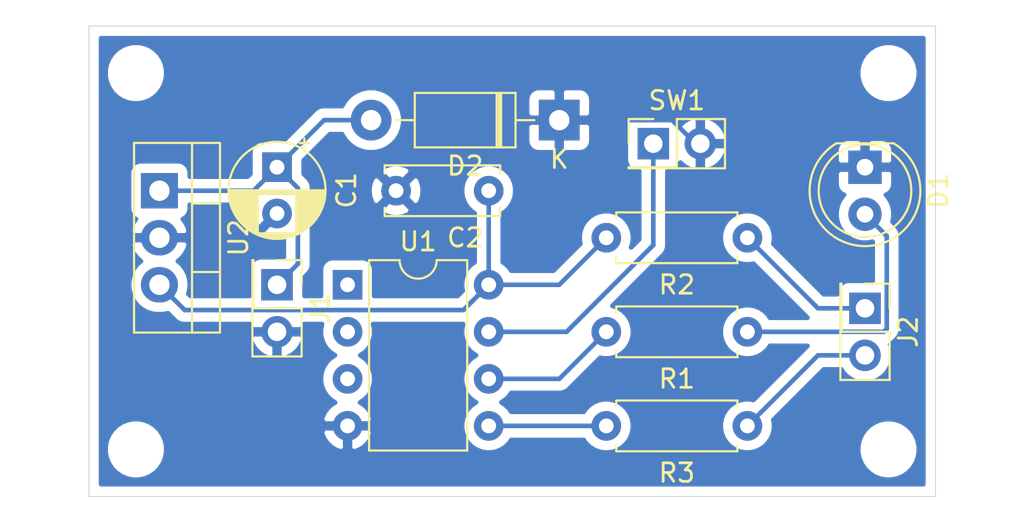
<source format=kicad_pcb>
(kicad_pcb (version 20171130) (host pcbnew "(5.1.9)-1")

  (general
    (thickness 1.6)
    (drawings 4)
    (tracks 32)
    (zones 0)
    (modules 16)
    (nets 13)
  )

  (page User 431.8 279.4)
  (layers
    (0 F.Cu signal)
    (31 B.Cu signal)
    (37 F.SilkS user)
    (38 B.Mask user)
    (39 F.Mask user)
    (44 Edge.Cuts user)
    (45 Margin user)
    (46 B.CrtYd user)
    (47 F.CrtYd user)
    (49 F.Fab user)
  )

  (setup
    (last_trace_width 0.25)
    (trace_clearance 0.2)
    (zone_clearance 0.508)
    (zone_45_only no)
    (trace_min 0.2)
    (via_size 0.8)
    (via_drill 0.4)
    (via_min_size 0.4)
    (via_min_drill 0.3)
    (uvia_size 0.3)
    (uvia_drill 0.1)
    (uvias_allowed no)
    (uvia_min_size 0.2)
    (uvia_min_drill 0.1)
    (edge_width 0.05)
    (segment_width 0.2)
    (pcb_text_width 0.3)
    (pcb_text_size 1.5 1.5)
    (mod_edge_width 0.12)
    (mod_text_size 1 1)
    (mod_text_width 0.15)
    (pad_size 1.524 1.524)
    (pad_drill 0.762)
    (pad_to_mask_clearance 0)
    (aux_axis_origin 0 0)
    (visible_elements 7FFFFFFF)
    (pcbplotparams
      (layerselection 0x010e0_ffffffff)
      (usegerberextensions true)
      (usegerberattributes false)
      (usegerberadvancedattributes false)
      (creategerberjobfile false)
      (excludeedgelayer true)
      (linewidth 0.100000)
      (plotframeref false)
      (viasonmask false)
      (mode 1)
      (useauxorigin false)
      (hpglpennumber 1)
      (hpglpenspeed 20)
      (hpglpendiameter 15.000000)
      (psnegative false)
      (psa4output false)
      (plotreference true)
      (plotvalue false)
      (plotinvisibletext false)
      (padsonsilk false)
      (subtractmaskfromsilk true)
      (outputformat 1)
      (mirror false)
      (drillshape 0)
      (scaleselection 1)
      (outputdirectory "fabrication/"))
  )

  (net 0 "")
  (net 1 "Net-(D1-Pad2)")
  (net 2 "Net-(J2-Pad2)")
  (net 3 "Net-(J2-Pad1)")
  (net 4 "Net-(R1-Pad2)")
  (net 5 "Net-(R3-Pad2)")
  (net 6 "Net-(SW1-Pad1)")
  (net 7 "Net-(U1-Pad3)")
  (net 8 "Net-(U1-Pad2)")
  (net 9 "Net-(U1-Pad1)")
  (net 10 GNDREF)
  (net 11 "Net-(C1-Pad1)")
  (net 12 "Net-(C2-Pad1)")

  (net_class Default "This is the default net class."
    (clearance 0.2)
    (trace_width 0.25)
    (via_dia 0.8)
    (via_drill 0.4)
    (uvia_dia 0.3)
    (uvia_drill 0.1)
    (add_net GNDREF)
    (add_net "Net-(C1-Pad1)")
    (add_net "Net-(C2-Pad1)")
    (add_net "Net-(D1-Pad2)")
    (add_net "Net-(J2-Pad1)")
    (add_net "Net-(J2-Pad2)")
    (add_net "Net-(R1-Pad2)")
    (add_net "Net-(R3-Pad2)")
    (add_net "Net-(SW1-Pad1)")
    (add_net "Net-(U1-Pad1)")
    (add_net "Net-(U1-Pad2)")
    (add_net "Net-(U1-Pad3)")
  )

  (module Resistor_THT:R_Axial_DIN0207_L6.3mm_D2.5mm_P7.62mm_Horizontal (layer F.Cu) (tedit 5AE5139B) (tstamp 607B82F6)
    (at 55.88 31.75 180)
    (descr "Resistor, Axial_DIN0207 series, Axial, Horizontal, pin pitch=7.62mm, 0.25W = 1/4W, length*diameter=6.3*2.5mm^2, http://cdn-reichelt.de/documents/datenblatt/B400/1_4W%23YAG.pdf")
    (tags "Resistor Axial_DIN0207 series Axial Horizontal pin pitch 7.62mm 0.25W = 1/4W length 6.3mm diameter 2.5mm")
    (path /607D51E1)
    (fp_text reference R2 (at 3.81 -2.54) (layer F.SilkS)
      (effects (font (size 1 1) (thickness 0.15)))
    )
    (fp_text value 220 (at 3.81 2.37) (layer F.Fab)
      (effects (font (size 1 1) (thickness 0.15)))
    )
    (fp_line (start 8.67 -1.5) (end -1.05 -1.5) (layer F.CrtYd) (width 0.05))
    (fp_line (start 8.67 1.5) (end 8.67 -1.5) (layer F.CrtYd) (width 0.05))
    (fp_line (start -1.05 1.5) (end 8.67 1.5) (layer F.CrtYd) (width 0.05))
    (fp_line (start -1.05 -1.5) (end -1.05 1.5) (layer F.CrtYd) (width 0.05))
    (fp_line (start 7.08 1.37) (end 7.08 1.04) (layer F.SilkS) (width 0.12))
    (fp_line (start 0.54 1.37) (end 7.08 1.37) (layer F.SilkS) (width 0.12))
    (fp_line (start 0.54 1.04) (end 0.54 1.37) (layer F.SilkS) (width 0.12))
    (fp_line (start 7.08 -1.37) (end 7.08 -1.04) (layer F.SilkS) (width 0.12))
    (fp_line (start 0.54 -1.37) (end 7.08 -1.37) (layer F.SilkS) (width 0.12))
    (fp_line (start 0.54 -1.04) (end 0.54 -1.37) (layer F.SilkS) (width 0.12))
    (fp_line (start 7.62 0) (end 6.96 0) (layer F.Fab) (width 0.1))
    (fp_line (start 0 0) (end 0.66 0) (layer F.Fab) (width 0.1))
    (fp_line (start 6.96 -1.25) (end 0.66 -1.25) (layer F.Fab) (width 0.1))
    (fp_line (start 6.96 1.25) (end 6.96 -1.25) (layer F.Fab) (width 0.1))
    (fp_line (start 0.66 1.25) (end 6.96 1.25) (layer F.Fab) (width 0.1))
    (fp_line (start 0.66 -1.25) (end 0.66 1.25) (layer F.Fab) (width 0.1))
    (fp_text user %R (at 3.81 0) (layer F.Fab)
      (effects (font (size 1 1) (thickness 0.15)))
    )
    (pad 2 thru_hole oval (at 7.62 0 180) (size 1.6 1.6) (drill 0.8) (layers *.Cu *.Mask)
      (net 12 "Net-(C2-Pad1)"))
    (pad 1 thru_hole circle (at 0 0 180) (size 1.6 1.6) (drill 0.8) (layers *.Cu *.Mask)
      (net 3 "Net-(J2-Pad1)"))
    (model ${KISYS3DMOD}/Resistor_THT.3dshapes/R_Axial_DIN0207_L6.3mm_D2.5mm_P7.62mm_Horizontal.wrl
      (at (xyz 0 0 0))
      (scale (xyz 1 1 1))
      (rotate (xyz 0 0 0))
    )
  )

  (module Connector_PinHeader_2.54mm:PinHeader_2x01_P2.54mm_Vertical (layer F.Cu) (tedit 59FED5CC) (tstamp 607B82B0)
    (at 30.48 34.29 270)
    (descr "Through hole straight pin header, 2x01, 2.54mm pitch, double rows")
    (tags "Through hole pin header THT 2x01 2.54mm double row")
    (path /607A7E88)
    (fp_text reference J1 (at 1.27 -2.33 90) (layer F.SilkS)
      (effects (font (size 1 1) (thickness 0.15)))
    )
    (fp_text value 5V (at 1.27 2.33 90) (layer F.Fab)
      (effects (font (size 1 1) (thickness 0.15)))
    )
    (fp_line (start 4.35 -1.8) (end -1.8 -1.8) (layer F.CrtYd) (width 0.05))
    (fp_line (start 4.35 1.8) (end 4.35 -1.8) (layer F.CrtYd) (width 0.05))
    (fp_line (start -1.8 1.8) (end 4.35 1.8) (layer F.CrtYd) (width 0.05))
    (fp_line (start -1.8 -1.8) (end -1.8 1.8) (layer F.CrtYd) (width 0.05))
    (fp_line (start -1.33 -1.33) (end 0 -1.33) (layer F.SilkS) (width 0.12))
    (fp_line (start -1.33 0) (end -1.33 -1.33) (layer F.SilkS) (width 0.12))
    (fp_line (start 1.27 -1.33) (end 3.87 -1.33) (layer F.SilkS) (width 0.12))
    (fp_line (start 1.27 1.27) (end 1.27 -1.33) (layer F.SilkS) (width 0.12))
    (fp_line (start -1.33 1.27) (end 1.27 1.27) (layer F.SilkS) (width 0.12))
    (fp_line (start 3.87 -1.33) (end 3.87 1.33) (layer F.SilkS) (width 0.12))
    (fp_line (start -1.33 1.27) (end -1.33 1.33) (layer F.SilkS) (width 0.12))
    (fp_line (start -1.33 1.33) (end 3.87 1.33) (layer F.SilkS) (width 0.12))
    (fp_line (start -1.27 0) (end 0 -1.27) (layer F.Fab) (width 0.1))
    (fp_line (start -1.27 1.27) (end -1.27 0) (layer F.Fab) (width 0.1))
    (fp_line (start 3.81 1.27) (end -1.27 1.27) (layer F.Fab) (width 0.1))
    (fp_line (start 3.81 -1.27) (end 3.81 1.27) (layer F.Fab) (width 0.1))
    (fp_line (start 0 -1.27) (end 3.81 -1.27) (layer F.Fab) (width 0.1))
    (fp_text user %R (at 1.27 0 270) (layer F.Fab)
      (effects (font (size 1 1) (thickness 0.15)))
    )
    (pad 2 thru_hole oval (at 2.54 0 270) (size 1.7 1.7) (drill 1) (layers *.Cu *.Mask)
      (net 10 GNDREF))
    (pad 1 thru_hole rect (at 0 0 270) (size 1.7 1.7) (drill 1) (layers *.Cu *.Mask)
      (net 11 "Net-(C1-Pad1)"))
    (model ${KISYS3DMOD}/Connector_PinHeader_2.54mm.3dshapes/PinHeader_2x01_P2.54mm_Vertical.wrl
      (at (xyz 0 0 0))
      (scale (xyz 1 1 1))
      (rotate (xyz 0 0 0))
    )
  )

  (module Capacitor_THT:CP_Radial_D5.0mm_P2.50mm (layer F.Cu) (tedit 5AE50EF0) (tstamp 607E0D0E)
    (at 30.48 27.94 270)
    (descr "CP, Radial series, Radial, pin pitch=2.50mm, , diameter=5mm, Electrolytic Capacitor")
    (tags "CP Radial series Radial pin pitch 2.50mm  diameter 5mm Electrolytic Capacitor")
    (path /607ECD8A)
    (fp_text reference C1 (at 1.25 -3.75 90) (layer F.SilkS)
      (effects (font (size 1 1) (thickness 0.15)))
    )
    (fp_text value 220n (at 1.25 3.75 90) (layer F.Fab)
      (effects (font (size 1 1) (thickness 0.15)))
    )
    (fp_text user %R (at 1.25 0 90) (layer F.Fab)
      (effects (font (size 1 1) (thickness 0.15)))
    )
    (fp_circle (center 1.25 0) (end 3.75 0) (layer F.Fab) (width 0.1))
    (fp_circle (center 1.25 0) (end 3.87 0) (layer F.SilkS) (width 0.12))
    (fp_circle (center 1.25 0) (end 4 0) (layer F.CrtYd) (width 0.05))
    (fp_line (start -0.883605 -1.0875) (end -0.383605 -1.0875) (layer F.Fab) (width 0.1))
    (fp_line (start -0.633605 -1.3375) (end -0.633605 -0.8375) (layer F.Fab) (width 0.1))
    (fp_line (start 1.25 -2.58) (end 1.25 2.58) (layer F.SilkS) (width 0.12))
    (fp_line (start 1.29 -2.58) (end 1.29 2.58) (layer F.SilkS) (width 0.12))
    (fp_line (start 1.33 -2.579) (end 1.33 2.579) (layer F.SilkS) (width 0.12))
    (fp_line (start 1.37 -2.578) (end 1.37 2.578) (layer F.SilkS) (width 0.12))
    (fp_line (start 1.41 -2.576) (end 1.41 2.576) (layer F.SilkS) (width 0.12))
    (fp_line (start 1.45 -2.573) (end 1.45 2.573) (layer F.SilkS) (width 0.12))
    (fp_line (start 1.49 -2.569) (end 1.49 -1.04) (layer F.SilkS) (width 0.12))
    (fp_line (start 1.49 1.04) (end 1.49 2.569) (layer F.SilkS) (width 0.12))
    (fp_line (start 1.53 -2.565) (end 1.53 -1.04) (layer F.SilkS) (width 0.12))
    (fp_line (start 1.53 1.04) (end 1.53 2.565) (layer F.SilkS) (width 0.12))
    (fp_line (start 1.57 -2.561) (end 1.57 -1.04) (layer F.SilkS) (width 0.12))
    (fp_line (start 1.57 1.04) (end 1.57 2.561) (layer F.SilkS) (width 0.12))
    (fp_line (start 1.61 -2.556) (end 1.61 -1.04) (layer F.SilkS) (width 0.12))
    (fp_line (start 1.61 1.04) (end 1.61 2.556) (layer F.SilkS) (width 0.12))
    (fp_line (start 1.65 -2.55) (end 1.65 -1.04) (layer F.SilkS) (width 0.12))
    (fp_line (start 1.65 1.04) (end 1.65 2.55) (layer F.SilkS) (width 0.12))
    (fp_line (start 1.69 -2.543) (end 1.69 -1.04) (layer F.SilkS) (width 0.12))
    (fp_line (start 1.69 1.04) (end 1.69 2.543) (layer F.SilkS) (width 0.12))
    (fp_line (start 1.73 -2.536) (end 1.73 -1.04) (layer F.SilkS) (width 0.12))
    (fp_line (start 1.73 1.04) (end 1.73 2.536) (layer F.SilkS) (width 0.12))
    (fp_line (start 1.77 -2.528) (end 1.77 -1.04) (layer F.SilkS) (width 0.12))
    (fp_line (start 1.77 1.04) (end 1.77 2.528) (layer F.SilkS) (width 0.12))
    (fp_line (start 1.81 -2.52) (end 1.81 -1.04) (layer F.SilkS) (width 0.12))
    (fp_line (start 1.81 1.04) (end 1.81 2.52) (layer F.SilkS) (width 0.12))
    (fp_line (start 1.85 -2.511) (end 1.85 -1.04) (layer F.SilkS) (width 0.12))
    (fp_line (start 1.85 1.04) (end 1.85 2.511) (layer F.SilkS) (width 0.12))
    (fp_line (start 1.89 -2.501) (end 1.89 -1.04) (layer F.SilkS) (width 0.12))
    (fp_line (start 1.89 1.04) (end 1.89 2.501) (layer F.SilkS) (width 0.12))
    (fp_line (start 1.93 -2.491) (end 1.93 -1.04) (layer F.SilkS) (width 0.12))
    (fp_line (start 1.93 1.04) (end 1.93 2.491) (layer F.SilkS) (width 0.12))
    (fp_line (start 1.971 -2.48) (end 1.971 -1.04) (layer F.SilkS) (width 0.12))
    (fp_line (start 1.971 1.04) (end 1.971 2.48) (layer F.SilkS) (width 0.12))
    (fp_line (start 2.011 -2.468) (end 2.011 -1.04) (layer F.SilkS) (width 0.12))
    (fp_line (start 2.011 1.04) (end 2.011 2.468) (layer F.SilkS) (width 0.12))
    (fp_line (start 2.051 -2.455) (end 2.051 -1.04) (layer F.SilkS) (width 0.12))
    (fp_line (start 2.051 1.04) (end 2.051 2.455) (layer F.SilkS) (width 0.12))
    (fp_line (start 2.091 -2.442) (end 2.091 -1.04) (layer F.SilkS) (width 0.12))
    (fp_line (start 2.091 1.04) (end 2.091 2.442) (layer F.SilkS) (width 0.12))
    (fp_line (start 2.131 -2.428) (end 2.131 -1.04) (layer F.SilkS) (width 0.12))
    (fp_line (start 2.131 1.04) (end 2.131 2.428) (layer F.SilkS) (width 0.12))
    (fp_line (start 2.171 -2.414) (end 2.171 -1.04) (layer F.SilkS) (width 0.12))
    (fp_line (start 2.171 1.04) (end 2.171 2.414) (layer F.SilkS) (width 0.12))
    (fp_line (start 2.211 -2.398) (end 2.211 -1.04) (layer F.SilkS) (width 0.12))
    (fp_line (start 2.211 1.04) (end 2.211 2.398) (layer F.SilkS) (width 0.12))
    (fp_line (start 2.251 -2.382) (end 2.251 -1.04) (layer F.SilkS) (width 0.12))
    (fp_line (start 2.251 1.04) (end 2.251 2.382) (layer F.SilkS) (width 0.12))
    (fp_line (start 2.291 -2.365) (end 2.291 -1.04) (layer F.SilkS) (width 0.12))
    (fp_line (start 2.291 1.04) (end 2.291 2.365) (layer F.SilkS) (width 0.12))
    (fp_line (start 2.331 -2.348) (end 2.331 -1.04) (layer F.SilkS) (width 0.12))
    (fp_line (start 2.331 1.04) (end 2.331 2.348) (layer F.SilkS) (width 0.12))
    (fp_line (start 2.371 -2.329) (end 2.371 -1.04) (layer F.SilkS) (width 0.12))
    (fp_line (start 2.371 1.04) (end 2.371 2.329) (layer F.SilkS) (width 0.12))
    (fp_line (start 2.411 -2.31) (end 2.411 -1.04) (layer F.SilkS) (width 0.12))
    (fp_line (start 2.411 1.04) (end 2.411 2.31) (layer F.SilkS) (width 0.12))
    (fp_line (start 2.451 -2.29) (end 2.451 -1.04) (layer F.SilkS) (width 0.12))
    (fp_line (start 2.451 1.04) (end 2.451 2.29) (layer F.SilkS) (width 0.12))
    (fp_line (start 2.491 -2.268) (end 2.491 -1.04) (layer F.SilkS) (width 0.12))
    (fp_line (start 2.491 1.04) (end 2.491 2.268) (layer F.SilkS) (width 0.12))
    (fp_line (start 2.531 -2.247) (end 2.531 -1.04) (layer F.SilkS) (width 0.12))
    (fp_line (start 2.531 1.04) (end 2.531 2.247) (layer F.SilkS) (width 0.12))
    (fp_line (start 2.571 -2.224) (end 2.571 -1.04) (layer F.SilkS) (width 0.12))
    (fp_line (start 2.571 1.04) (end 2.571 2.224) (layer F.SilkS) (width 0.12))
    (fp_line (start 2.611 -2.2) (end 2.611 -1.04) (layer F.SilkS) (width 0.12))
    (fp_line (start 2.611 1.04) (end 2.611 2.2) (layer F.SilkS) (width 0.12))
    (fp_line (start 2.651 -2.175) (end 2.651 -1.04) (layer F.SilkS) (width 0.12))
    (fp_line (start 2.651 1.04) (end 2.651 2.175) (layer F.SilkS) (width 0.12))
    (fp_line (start 2.691 -2.149) (end 2.691 -1.04) (layer F.SilkS) (width 0.12))
    (fp_line (start 2.691 1.04) (end 2.691 2.149) (layer F.SilkS) (width 0.12))
    (fp_line (start 2.731 -2.122) (end 2.731 -1.04) (layer F.SilkS) (width 0.12))
    (fp_line (start 2.731 1.04) (end 2.731 2.122) (layer F.SilkS) (width 0.12))
    (fp_line (start 2.771 -2.095) (end 2.771 -1.04) (layer F.SilkS) (width 0.12))
    (fp_line (start 2.771 1.04) (end 2.771 2.095) (layer F.SilkS) (width 0.12))
    (fp_line (start 2.811 -2.065) (end 2.811 -1.04) (layer F.SilkS) (width 0.12))
    (fp_line (start 2.811 1.04) (end 2.811 2.065) (layer F.SilkS) (width 0.12))
    (fp_line (start 2.851 -2.035) (end 2.851 -1.04) (layer F.SilkS) (width 0.12))
    (fp_line (start 2.851 1.04) (end 2.851 2.035) (layer F.SilkS) (width 0.12))
    (fp_line (start 2.891 -2.004) (end 2.891 -1.04) (layer F.SilkS) (width 0.12))
    (fp_line (start 2.891 1.04) (end 2.891 2.004) (layer F.SilkS) (width 0.12))
    (fp_line (start 2.931 -1.971) (end 2.931 -1.04) (layer F.SilkS) (width 0.12))
    (fp_line (start 2.931 1.04) (end 2.931 1.971) (layer F.SilkS) (width 0.12))
    (fp_line (start 2.971 -1.937) (end 2.971 -1.04) (layer F.SilkS) (width 0.12))
    (fp_line (start 2.971 1.04) (end 2.971 1.937) (layer F.SilkS) (width 0.12))
    (fp_line (start 3.011 -1.901) (end 3.011 -1.04) (layer F.SilkS) (width 0.12))
    (fp_line (start 3.011 1.04) (end 3.011 1.901) (layer F.SilkS) (width 0.12))
    (fp_line (start 3.051 -1.864) (end 3.051 -1.04) (layer F.SilkS) (width 0.12))
    (fp_line (start 3.051 1.04) (end 3.051 1.864) (layer F.SilkS) (width 0.12))
    (fp_line (start 3.091 -1.826) (end 3.091 -1.04) (layer F.SilkS) (width 0.12))
    (fp_line (start 3.091 1.04) (end 3.091 1.826) (layer F.SilkS) (width 0.12))
    (fp_line (start 3.131 -1.785) (end 3.131 -1.04) (layer F.SilkS) (width 0.12))
    (fp_line (start 3.131 1.04) (end 3.131 1.785) (layer F.SilkS) (width 0.12))
    (fp_line (start 3.171 -1.743) (end 3.171 -1.04) (layer F.SilkS) (width 0.12))
    (fp_line (start 3.171 1.04) (end 3.171 1.743) (layer F.SilkS) (width 0.12))
    (fp_line (start 3.211 -1.699) (end 3.211 -1.04) (layer F.SilkS) (width 0.12))
    (fp_line (start 3.211 1.04) (end 3.211 1.699) (layer F.SilkS) (width 0.12))
    (fp_line (start 3.251 -1.653) (end 3.251 -1.04) (layer F.SilkS) (width 0.12))
    (fp_line (start 3.251 1.04) (end 3.251 1.653) (layer F.SilkS) (width 0.12))
    (fp_line (start 3.291 -1.605) (end 3.291 -1.04) (layer F.SilkS) (width 0.12))
    (fp_line (start 3.291 1.04) (end 3.291 1.605) (layer F.SilkS) (width 0.12))
    (fp_line (start 3.331 -1.554) (end 3.331 -1.04) (layer F.SilkS) (width 0.12))
    (fp_line (start 3.331 1.04) (end 3.331 1.554) (layer F.SilkS) (width 0.12))
    (fp_line (start 3.371 -1.5) (end 3.371 -1.04) (layer F.SilkS) (width 0.12))
    (fp_line (start 3.371 1.04) (end 3.371 1.5) (layer F.SilkS) (width 0.12))
    (fp_line (start 3.411 -1.443) (end 3.411 -1.04) (layer F.SilkS) (width 0.12))
    (fp_line (start 3.411 1.04) (end 3.411 1.443) (layer F.SilkS) (width 0.12))
    (fp_line (start 3.451 -1.383) (end 3.451 -1.04) (layer F.SilkS) (width 0.12))
    (fp_line (start 3.451 1.04) (end 3.451 1.383) (layer F.SilkS) (width 0.12))
    (fp_line (start 3.491 -1.319) (end 3.491 -1.04) (layer F.SilkS) (width 0.12))
    (fp_line (start 3.491 1.04) (end 3.491 1.319) (layer F.SilkS) (width 0.12))
    (fp_line (start 3.531 -1.251) (end 3.531 -1.04) (layer F.SilkS) (width 0.12))
    (fp_line (start 3.531 1.04) (end 3.531 1.251) (layer F.SilkS) (width 0.12))
    (fp_line (start 3.571 -1.178) (end 3.571 1.178) (layer F.SilkS) (width 0.12))
    (fp_line (start 3.611 -1.098) (end 3.611 1.098) (layer F.SilkS) (width 0.12))
    (fp_line (start 3.651 -1.011) (end 3.651 1.011) (layer F.SilkS) (width 0.12))
    (fp_line (start 3.691 -0.915) (end 3.691 0.915) (layer F.SilkS) (width 0.12))
    (fp_line (start 3.731 -0.805) (end 3.731 0.805) (layer F.SilkS) (width 0.12))
    (fp_line (start 3.771 -0.677) (end 3.771 0.677) (layer F.SilkS) (width 0.12))
    (fp_line (start 3.811 -0.518) (end 3.811 0.518) (layer F.SilkS) (width 0.12))
    (fp_line (start 3.851 -0.284) (end 3.851 0.284) (layer F.SilkS) (width 0.12))
    (fp_line (start -1.554775 -1.475) (end -1.054775 -1.475) (layer F.SilkS) (width 0.12))
    (fp_line (start -1.304775 -1.725) (end -1.304775 -1.225) (layer F.SilkS) (width 0.12))
    (pad 2 thru_hole circle (at 2.5 0 270) (size 1.6 1.6) (drill 0.8) (layers *.Cu *.Mask)
      (net 10 GNDREF))
    (pad 1 thru_hole rect (at 0 0 270) (size 1.6 1.6) (drill 0.8) (layers *.Cu *.Mask)
      (net 11 "Net-(C1-Pad1)"))
    (model ${KISYS3DMOD}/Capacitor_THT.3dshapes/CP_Radial_D5.0mm_P2.50mm.wrl
      (at (xyz 0 0 0))
      (scale (xyz 1 1 1))
      (rotate (xyz 0 0 0))
    )
  )

  (module Package_TO_SOT_THT:TO-220-3_Vertical (layer F.Cu) (tedit 5AC8BA0D) (tstamp 607E2879)
    (at 24.13 29.21 270)
    (descr "TO-220-3, Vertical, RM 2.54mm, see https://www.vishay.com/docs/66542/to-220-1.pdf")
    (tags "TO-220-3 Vertical RM 2.54mm")
    (path /607EB10B)
    (fp_text reference U2 (at 2.54 -4.27 90) (layer F.SilkS)
      (effects (font (size 1 1) (thickness 0.15)))
    )
    (fp_text value LM7805_TO220 (at 2.54 2.5 90) (layer F.Fab)
      (effects (font (size 1 1) (thickness 0.15)))
    )
    (fp_line (start 7.79 -3.4) (end -2.71 -3.4) (layer F.CrtYd) (width 0.05))
    (fp_line (start 7.79 1.51) (end 7.79 -3.4) (layer F.CrtYd) (width 0.05))
    (fp_line (start -2.71 1.51) (end 7.79 1.51) (layer F.CrtYd) (width 0.05))
    (fp_line (start -2.71 -3.4) (end -2.71 1.51) (layer F.CrtYd) (width 0.05))
    (fp_line (start 4.391 -3.27) (end 4.391 -1.76) (layer F.SilkS) (width 0.12))
    (fp_line (start 0.69 -3.27) (end 0.69 -1.76) (layer F.SilkS) (width 0.12))
    (fp_line (start -2.58 -1.76) (end 7.66 -1.76) (layer F.SilkS) (width 0.12))
    (fp_line (start 7.66 -3.27) (end 7.66 1.371) (layer F.SilkS) (width 0.12))
    (fp_line (start -2.58 -3.27) (end -2.58 1.371) (layer F.SilkS) (width 0.12))
    (fp_line (start -2.58 1.371) (end 7.66 1.371) (layer F.SilkS) (width 0.12))
    (fp_line (start -2.58 -3.27) (end 7.66 -3.27) (layer F.SilkS) (width 0.12))
    (fp_line (start 4.39 -3.15) (end 4.39 -1.88) (layer F.Fab) (width 0.1))
    (fp_line (start 0.69 -3.15) (end 0.69 -1.88) (layer F.Fab) (width 0.1))
    (fp_line (start -2.46 -1.88) (end 7.54 -1.88) (layer F.Fab) (width 0.1))
    (fp_line (start 7.54 -3.15) (end -2.46 -3.15) (layer F.Fab) (width 0.1))
    (fp_line (start 7.54 1.25) (end 7.54 -3.15) (layer F.Fab) (width 0.1))
    (fp_line (start -2.46 1.25) (end 7.54 1.25) (layer F.Fab) (width 0.1))
    (fp_line (start -2.46 -3.15) (end -2.46 1.25) (layer F.Fab) (width 0.1))
    (fp_text user %R (at 2.54 -4.27 90) (layer F.Fab)
      (effects (font (size 1 1) (thickness 0.15)))
    )
    (pad 3 thru_hole oval (at 5.08 0 270) (size 1.905 2) (drill 1.1) (layers *.Cu *.Mask)
      (net 12 "Net-(C2-Pad1)"))
    (pad 2 thru_hole oval (at 2.54 0 270) (size 1.905 2) (drill 1.1) (layers *.Cu *.Mask)
      (net 10 GNDREF))
    (pad 1 thru_hole rect (at 0 0 270) (size 1.905 2) (drill 1.1) (layers *.Cu *.Mask)
      (net 11 "Net-(C1-Pad1)"))
    (model ${KISYS3DMOD}/Package_TO_SOT_THT.3dshapes/TO-220-3_Vertical.wrl
      (at (xyz 0 0 0))
      (scale (xyz 1 1 1))
      (rotate (xyz 0 0 0))
    )
  )

  (module MountingHole:MountingHole_2mm (layer F.Cu) (tedit 5B924920) (tstamp 607E18D7)
    (at 22.86 43.18)
    (descr "Mounting Hole 2mm, no annular")
    (tags "mounting hole 2mm no annular")
    (attr virtual)
    (fp_text reference REF** (at 1.27 -3.2) (layer F.SilkS) hide
      (effects (font (size 1 1) (thickness 0.15)))
    )
    (fp_text value MountingHole_2mm (at 0 3.1) (layer F.Fab)
      (effects (font (size 1 1) (thickness 0.15)))
    )
    (fp_circle (center 0 0) (end 2.25 0) (layer F.CrtYd) (width 0.05))
    (fp_circle (center 0 0) (end 2 0) (layer Cmts.User) (width 0.15))
    (fp_text user %R (at 0.3 0) (layer F.Fab)
      (effects (font (size 1 1) (thickness 0.15)))
    )
    (pad "" np_thru_hole circle (at 0 0) (size 2 2) (drill 2) (layers *.Cu *.Mask))
  )

  (module MountingHole:MountingHole_2mm (layer F.Cu) (tedit 5B924920) (tstamp 607E18B3)
    (at 63.5 43.18)
    (descr "Mounting Hole 2mm, no annular")
    (tags "mounting hole 2mm no annular")
    (attr virtual)
    (fp_text reference REF** (at 0 -3.2) (layer F.SilkS) hide
      (effects (font (size 1 1) (thickness 0.15)))
    )
    (fp_text value MountingHole_2mm (at 0 3.1) (layer F.Fab)
      (effects (font (size 1 1) (thickness 0.15)))
    )
    (fp_circle (center 0 0) (end 2.25 0) (layer F.CrtYd) (width 0.05))
    (fp_circle (center 0 0) (end 2 0) (layer Cmts.User) (width 0.15))
    (fp_text user %R (at 0.3 0) (layer F.Fab)
      (effects (font (size 1 1) (thickness 0.15)))
    )
    (pad "" np_thru_hole circle (at 0 0) (size 2 2) (drill 2) (layers *.Cu *.Mask))
  )

  (module MountingHole:MountingHole_2mm (layer F.Cu) (tedit 5B924920) (tstamp 607E1862)
    (at 63.5 22.86 180)
    (descr "Mounting Hole 2mm, no annular")
    (tags "mounting hole 2mm no annular")
    (attr virtual)
    (fp_text reference REF** (at 0 -3.2) (layer F.SilkS) hide
      (effects (font (size 1 1) (thickness 0.15)))
    )
    (fp_text value MountingHole_2mm (at 0 3.1) (layer F.Fab)
      (effects (font (size 1 1) (thickness 0.15)))
    )
    (fp_circle (center 0 0) (end 2.25 0) (layer F.CrtYd) (width 0.05))
    (fp_circle (center 0 0) (end 2 0) (layer Cmts.User) (width 0.15))
    (fp_text user %R (at 0.3 0) (layer F.Fab)
      (effects (font (size 1 1) (thickness 0.15)))
    )
    (pad "" np_thru_hole circle (at 0 0 180) (size 2 2) (drill 2) (layers *.Cu *.Mask))
  )

  (module MountingHole:MountingHole_2mm (layer F.Cu) (tedit 5B924920) (tstamp 607E16D0)
    (at 22.86 22.86 180)
    (descr "Mounting Hole 2mm, no annular")
    (tags "mounting hole 2mm no annular")
    (attr virtual)
    (fp_text reference REF** (at 0 -3.81) (layer F.SilkS) hide
      (effects (font (size 1 1) (thickness 0.15)))
    )
    (fp_text value MountingHole_2mm (at 0 3.1) (layer F.Fab)
      (effects (font (size 1 1) (thickness 0.15)))
    )
    (fp_circle (center 0 0) (end 2.25 0) (layer F.CrtYd) (width 0.05))
    (fp_circle (center 0 0) (end 2 0) (layer Cmts.User) (width 0.15))
    (fp_text user %R (at 0.3 0) (layer F.Fab)
      (effects (font (size 1 1) (thickness 0.15)))
    )
    (pad "" np_thru_hole circle (at 0 0 180) (size 2 2) (drill 2) (layers *.Cu *.Mask))
  )

  (module Diode_THT:D_DO-41_SOD81_P10.16mm_Horizontal (layer F.Cu) (tedit 5AE50CD5) (tstamp 607E0D64)
    (at 45.72 25.4 180)
    (descr "Diode, DO-41_SOD81 series, Axial, Horizontal, pin pitch=10.16mm, , length*diameter=5.2*2.7mm^2, , http://www.diodes.com/_files/packages/DO-41%20(Plastic).pdf")
    (tags "Diode DO-41_SOD81 series Axial Horizontal pin pitch 10.16mm  length 5.2mm diameter 2.7mm")
    (path /607EF3B0)
    (fp_text reference D2 (at 5.08 -2.47) (layer F.SilkS)
      (effects (font (size 1 1) (thickness 0.15)))
    )
    (fp_text value 1N4001 (at 5.08 2.47) (layer F.Fab)
      (effects (font (size 1 1) (thickness 0.15)))
    )
    (fp_line (start 11.51 -1.6) (end -1.35 -1.6) (layer F.CrtYd) (width 0.05))
    (fp_line (start 11.51 1.6) (end 11.51 -1.6) (layer F.CrtYd) (width 0.05))
    (fp_line (start -1.35 1.6) (end 11.51 1.6) (layer F.CrtYd) (width 0.05))
    (fp_line (start -1.35 -1.6) (end -1.35 1.6) (layer F.CrtYd) (width 0.05))
    (fp_line (start 3.14 -1.47) (end 3.14 1.47) (layer F.SilkS) (width 0.12))
    (fp_line (start 3.38 -1.47) (end 3.38 1.47) (layer F.SilkS) (width 0.12))
    (fp_line (start 3.26 -1.47) (end 3.26 1.47) (layer F.SilkS) (width 0.12))
    (fp_line (start 8.82 0) (end 7.8 0) (layer F.SilkS) (width 0.12))
    (fp_line (start 1.34 0) (end 2.36 0) (layer F.SilkS) (width 0.12))
    (fp_line (start 7.8 -1.47) (end 2.36 -1.47) (layer F.SilkS) (width 0.12))
    (fp_line (start 7.8 1.47) (end 7.8 -1.47) (layer F.SilkS) (width 0.12))
    (fp_line (start 2.36 1.47) (end 7.8 1.47) (layer F.SilkS) (width 0.12))
    (fp_line (start 2.36 -1.47) (end 2.36 1.47) (layer F.SilkS) (width 0.12))
    (fp_line (start 3.16 -1.35) (end 3.16 1.35) (layer F.Fab) (width 0.1))
    (fp_line (start 3.36 -1.35) (end 3.36 1.35) (layer F.Fab) (width 0.1))
    (fp_line (start 3.26 -1.35) (end 3.26 1.35) (layer F.Fab) (width 0.1))
    (fp_line (start 10.16 0) (end 7.68 0) (layer F.Fab) (width 0.1))
    (fp_line (start 0 0) (end 2.48 0) (layer F.Fab) (width 0.1))
    (fp_line (start 7.68 -1.35) (end 2.48 -1.35) (layer F.Fab) (width 0.1))
    (fp_line (start 7.68 1.35) (end 7.68 -1.35) (layer F.Fab) (width 0.1))
    (fp_line (start 2.48 1.35) (end 7.68 1.35) (layer F.Fab) (width 0.1))
    (fp_line (start 2.48 -1.35) (end 2.48 1.35) (layer F.Fab) (width 0.1))
    (fp_text user K (at 0 -2.1) (layer F.SilkS)
      (effects (font (size 1 1) (thickness 0.15)))
    )
    (fp_text user K (at 0 -2.1) (layer F.Fab)
      (effects (font (size 1 1) (thickness 0.15)))
    )
    (fp_text user %R (at 5.47 0) (layer F.Fab)
      (effects (font (size 1 1) (thickness 0.15)))
    )
    (pad 2 thru_hole oval (at 10.16 0 180) (size 2.2 2.2) (drill 1.1) (layers *.Cu *.Mask)
      (net 11 "Net-(C1-Pad1)"))
    (pad 1 thru_hole rect (at 0 0 180) (size 2.2 2.2) (drill 1.1) (layers *.Cu *.Mask)
      (net 10 GNDREF))
    (model ${KISYS3DMOD}/Diode_THT.3dshapes/D_DO-41_SOD81_P10.16mm_Horizontal.wrl
      (at (xyz 0 0 0))
      (scale (xyz 1 1 1))
      (rotate (xyz 0 0 0))
    )
  )

  (module Capacitor_THT:C_Disc_D6.0mm_W2.5mm_P5.00mm (layer F.Cu) (tedit 5AE50EF0) (tstamp 607E0D23)
    (at 41.91 29.21 180)
    (descr "C, Disc series, Radial, pin pitch=5.00mm, , diameter*width=6*2.5mm^2, Capacitor, http://cdn-reichelt.de/documents/datenblatt/B300/DS_KERKO_TC.pdf")
    (tags "C Disc series Radial pin pitch 5.00mm  diameter 6mm width 2.5mm Capacitor")
    (path /607EE685)
    (fp_text reference C2 (at 1.27 -2.54) (layer F.SilkS)
      (effects (font (size 1 1) (thickness 0.15)))
    )
    (fp_text value 100n (at 2.5 2.5) (layer F.Fab)
      (effects (font (size 1 1) (thickness 0.15)))
    )
    (fp_line (start 6.05 -1.5) (end -1.05 -1.5) (layer F.CrtYd) (width 0.05))
    (fp_line (start 6.05 1.5) (end 6.05 -1.5) (layer F.CrtYd) (width 0.05))
    (fp_line (start -1.05 1.5) (end 6.05 1.5) (layer F.CrtYd) (width 0.05))
    (fp_line (start -1.05 -1.5) (end -1.05 1.5) (layer F.CrtYd) (width 0.05))
    (fp_line (start 5.62 0.925) (end 5.62 1.37) (layer F.SilkS) (width 0.12))
    (fp_line (start 5.62 -1.37) (end 5.62 -0.925) (layer F.SilkS) (width 0.12))
    (fp_line (start -0.62 0.925) (end -0.62 1.37) (layer F.SilkS) (width 0.12))
    (fp_line (start -0.62 -1.37) (end -0.62 -0.925) (layer F.SilkS) (width 0.12))
    (fp_line (start -0.62 1.37) (end 5.62 1.37) (layer F.SilkS) (width 0.12))
    (fp_line (start -0.62 -1.37) (end 5.62 -1.37) (layer F.SilkS) (width 0.12))
    (fp_line (start 5.5 -1.25) (end -0.5 -1.25) (layer F.Fab) (width 0.1))
    (fp_line (start 5.5 1.25) (end 5.5 -1.25) (layer F.Fab) (width 0.1))
    (fp_line (start -0.5 1.25) (end 5.5 1.25) (layer F.Fab) (width 0.1))
    (fp_line (start -0.5 -1.25) (end -0.5 1.25) (layer F.Fab) (width 0.1))
    (fp_text user %R (at 2.5 0) (layer F.Fab)
      (effects (font (size 1 1) (thickness 0.15)))
    )
    (pad 2 thru_hole circle (at 5 0 180) (size 1.6 1.6) (drill 0.8) (layers *.Cu *.Mask)
      (net 10 GNDREF))
    (pad 1 thru_hole circle (at 0 0 180) (size 1.6 1.6) (drill 0.8) (layers *.Cu *.Mask)
      (net 12 "Net-(C2-Pad1)"))
    (model ${KISYS3DMOD}/Capacitor_THT.3dshapes/C_Disc_D6.0mm_W2.5mm_P5.00mm.wrl
      (at (xyz 0 0 0))
      (scale (xyz 1 1 1))
      (rotate (xyz 0 0 0))
    )
  )

  (module Connector_PinHeader_2.54mm:PinHeader_2x01_P2.54mm_Vertical (layer F.Cu) (tedit 59FED5CC) (tstamp 607B9005)
    (at 62.23 35.56 270)
    (descr "Through hole straight pin header, 2x01, 2.54mm pitch, double rows")
    (tags "Through hole pin header THT 2x01 2.54mm double row")
    (path /607DFC70)
    (fp_text reference J2 (at 1.27 -2.33 90) (layer F.SilkS)
      (effects (font (size 1 1) (thickness 0.15)))
    )
    (fp_text value Conn_01x02 (at 1.27 2.33 90) (layer F.Fab)
      (effects (font (size 1 1) (thickness 0.15)))
    )
    (fp_line (start 4.35 -1.8) (end -1.8 -1.8) (layer F.CrtYd) (width 0.05))
    (fp_line (start 4.35 1.8) (end 4.35 -1.8) (layer F.CrtYd) (width 0.05))
    (fp_line (start -1.8 1.8) (end 4.35 1.8) (layer F.CrtYd) (width 0.05))
    (fp_line (start -1.8 -1.8) (end -1.8 1.8) (layer F.CrtYd) (width 0.05))
    (fp_line (start -1.33 -1.33) (end 0 -1.33) (layer F.SilkS) (width 0.12))
    (fp_line (start -1.33 0) (end -1.33 -1.33) (layer F.SilkS) (width 0.12))
    (fp_line (start 1.27 -1.33) (end 3.87 -1.33) (layer F.SilkS) (width 0.12))
    (fp_line (start 1.27 1.27) (end 1.27 -1.33) (layer F.SilkS) (width 0.12))
    (fp_line (start -1.33 1.27) (end 1.27 1.27) (layer F.SilkS) (width 0.12))
    (fp_line (start 3.87 -1.33) (end 3.87 1.33) (layer F.SilkS) (width 0.12))
    (fp_line (start -1.33 1.27) (end -1.33 1.33) (layer F.SilkS) (width 0.12))
    (fp_line (start -1.33 1.33) (end 3.87 1.33) (layer F.SilkS) (width 0.12))
    (fp_line (start -1.27 0) (end 0 -1.27) (layer F.Fab) (width 0.1))
    (fp_line (start -1.27 1.27) (end -1.27 0) (layer F.Fab) (width 0.1))
    (fp_line (start 3.81 1.27) (end -1.27 1.27) (layer F.Fab) (width 0.1))
    (fp_line (start 3.81 -1.27) (end 3.81 1.27) (layer F.Fab) (width 0.1))
    (fp_line (start 0 -1.27) (end 3.81 -1.27) (layer F.Fab) (width 0.1))
    (fp_text user %R (at 1.27 0) (layer F.Fab)
      (effects (font (size 1 1) (thickness 0.15)))
    )
    (pad 2 thru_hole oval (at 2.54 0 270) (size 1.7 1.7) (drill 1) (layers *.Cu *.Mask)
      (net 2 "Net-(J2-Pad2)"))
    (pad 1 thru_hole rect (at 0 0 270) (size 1.7 1.7) (drill 1) (layers *.Cu *.Mask)
      (net 3 "Net-(J2-Pad1)"))
    (model ${KISYS3DMOD}/Connector_PinHeader_2.54mm.3dshapes/PinHeader_2x01_P2.54mm_Vertical.wrl
      (at (xyz 0 0 0))
      (scale (xyz 1 1 1))
      (rotate (xyz 0 0 0))
    )
  )

  (module Package_DIP:DIP-8_W7.62mm (layer F.Cu) (tedit 5A02E8C5) (tstamp 607B84FA)
    (at 34.29 34.29)
    (descr "8-lead though-hole mounted DIP package, row spacing 7.62 mm (300 mils)")
    (tags "THT DIP DIL PDIP 2.54mm 7.62mm 300mil")
    (path /607A3648)
    (fp_text reference U1 (at 3.81 -2.33) (layer F.SilkS)
      (effects (font (size 1 1) (thickness 0.15)))
    )
    (fp_text value ATtiny85-20PU (at 3.81 9.95) (layer F.Fab)
      (effects (font (size 1 1) (thickness 0.15)))
    )
    (fp_line (start 8.7 -1.55) (end -1.1 -1.55) (layer F.CrtYd) (width 0.05))
    (fp_line (start 8.7 9.15) (end 8.7 -1.55) (layer F.CrtYd) (width 0.05))
    (fp_line (start -1.1 9.15) (end 8.7 9.15) (layer F.CrtYd) (width 0.05))
    (fp_line (start -1.1 -1.55) (end -1.1 9.15) (layer F.CrtYd) (width 0.05))
    (fp_line (start 6.46 -1.33) (end 4.81 -1.33) (layer F.SilkS) (width 0.12))
    (fp_line (start 6.46 8.95) (end 6.46 -1.33) (layer F.SilkS) (width 0.12))
    (fp_line (start 1.16 8.95) (end 6.46 8.95) (layer F.SilkS) (width 0.12))
    (fp_line (start 1.16 -1.33) (end 1.16 8.95) (layer F.SilkS) (width 0.12))
    (fp_line (start 2.81 -1.33) (end 1.16 -1.33) (layer F.SilkS) (width 0.12))
    (fp_line (start 0.635 -0.27) (end 1.635 -1.27) (layer F.Fab) (width 0.1))
    (fp_line (start 0.635 8.89) (end 0.635 -0.27) (layer F.Fab) (width 0.1))
    (fp_line (start 6.985 8.89) (end 0.635 8.89) (layer F.Fab) (width 0.1))
    (fp_line (start 6.985 -1.27) (end 6.985 8.89) (layer F.Fab) (width 0.1))
    (fp_line (start 1.635 -1.27) (end 6.985 -1.27) (layer F.Fab) (width 0.1))
    (fp_text user %R (at 3.81 3.81) (layer F.Fab)
      (effects (font (size 1 1) (thickness 0.15)))
    )
    (fp_arc (start 3.81 -1.33) (end 2.81 -1.33) (angle -180) (layer F.SilkS) (width 0.12))
    (pad 8 thru_hole oval (at 7.62 0) (size 1.6 1.6) (drill 0.8) (layers *.Cu *.Mask)
      (net 12 "Net-(C2-Pad1)"))
    (pad 4 thru_hole oval (at 0 7.62) (size 1.6 1.6) (drill 0.8) (layers *.Cu *.Mask)
      (net 10 GNDREF))
    (pad 7 thru_hole oval (at 7.62 2.54) (size 1.6 1.6) (drill 0.8) (layers *.Cu *.Mask)
      (net 6 "Net-(SW1-Pad1)"))
    (pad 3 thru_hole oval (at 0 5.08) (size 1.6 1.6) (drill 0.8) (layers *.Cu *.Mask)
      (net 7 "Net-(U1-Pad3)"))
    (pad 6 thru_hole oval (at 7.62 5.08) (size 1.6 1.6) (drill 0.8) (layers *.Cu *.Mask)
      (net 4 "Net-(R1-Pad2)"))
    (pad 2 thru_hole oval (at 0 2.54) (size 1.6 1.6) (drill 0.8) (layers *.Cu *.Mask)
      (net 8 "Net-(U1-Pad2)"))
    (pad 5 thru_hole oval (at 7.62 7.62) (size 1.6 1.6) (drill 0.8) (layers *.Cu *.Mask)
      (net 5 "Net-(R3-Pad2)"))
    (pad 1 thru_hole rect (at 0 0) (size 1.6 1.6) (drill 0.8) (layers *.Cu *.Mask)
      (net 9 "Net-(U1-Pad1)"))
    (model ${KISYS3DMOD}/Package_DIP.3dshapes/DIP-8_W7.62mm.wrl
      (at (xyz 0 0 0))
      (scale (xyz 1 1 1))
      (rotate (xyz 0 0 0))
    )
  )

  (module Connector_PinHeader_2.54mm:PinHeader_2x01_P2.54mm_Vertical (layer F.Cu) (tedit 59FED5CC) (tstamp 607B8325)
    (at 50.8 26.67)
    (descr "Through hole straight pin header, 2x01, 2.54mm pitch, double rows")
    (tags "Through hole pin header THT 2x01 2.54mm double row")
    (path /607A74A1)
    (fp_text reference SW1 (at 1.27 -2.33) (layer F.SilkS)
      (effects (font (size 1 1) (thickness 0.15)))
    )
    (fp_text value SW_Push (at 1.27 2.33) (layer F.Fab)
      (effects (font (size 1 1) (thickness 0.15)))
    )
    (fp_line (start 4.35 -1.8) (end -1.8 -1.8) (layer F.CrtYd) (width 0.05))
    (fp_line (start 4.35 1.8) (end 4.35 -1.8) (layer F.CrtYd) (width 0.05))
    (fp_line (start -1.8 1.8) (end 4.35 1.8) (layer F.CrtYd) (width 0.05))
    (fp_line (start -1.8 -1.8) (end -1.8 1.8) (layer F.CrtYd) (width 0.05))
    (fp_line (start -1.33 -1.33) (end 0 -1.33) (layer F.SilkS) (width 0.12))
    (fp_line (start -1.33 0) (end -1.33 -1.33) (layer F.SilkS) (width 0.12))
    (fp_line (start 1.27 -1.33) (end 3.87 -1.33) (layer F.SilkS) (width 0.12))
    (fp_line (start 1.27 1.27) (end 1.27 -1.33) (layer F.SilkS) (width 0.12))
    (fp_line (start -1.33 1.27) (end 1.27 1.27) (layer F.SilkS) (width 0.12))
    (fp_line (start 3.87 -1.33) (end 3.87 1.33) (layer F.SilkS) (width 0.12))
    (fp_line (start -1.33 1.27) (end -1.33 1.33) (layer F.SilkS) (width 0.12))
    (fp_line (start -1.33 1.33) (end 3.87 1.33) (layer F.SilkS) (width 0.12))
    (fp_line (start -1.27 0) (end 0 -1.27) (layer F.Fab) (width 0.1))
    (fp_line (start -1.27 1.27) (end -1.27 0) (layer F.Fab) (width 0.1))
    (fp_line (start 3.81 1.27) (end -1.27 1.27) (layer F.Fab) (width 0.1))
    (fp_line (start 3.81 -1.27) (end 3.81 1.27) (layer F.Fab) (width 0.1))
    (fp_line (start 0 -1.27) (end 3.81 -1.27) (layer F.Fab) (width 0.1))
    (fp_text user %R (at 1.27 0 90) (layer F.Fab)
      (effects (font (size 1 1) (thickness 0.15)))
    )
    (pad 2 thru_hole oval (at 2.54 0) (size 1.7 1.7) (drill 1) (layers *.Cu *.Mask)
      (net 10 GNDREF))
    (pad 1 thru_hole rect (at 0 0) (size 1.7 1.7) (drill 1) (layers *.Cu *.Mask)
      (net 6 "Net-(SW1-Pad1)"))
    (model ${KISYS3DMOD}/Connector_PinHeader_2.54mm.3dshapes/PinHeader_2x01_P2.54mm_Vertical.wrl
      (at (xyz 0 0 0))
      (scale (xyz 1 1 1))
      (rotate (xyz 0 0 0))
    )
  )

  (module Resistor_THT:R_Axial_DIN0207_L6.3mm_D2.5mm_P7.62mm_Horizontal (layer F.Cu) (tedit 5AE5139B) (tstamp 607B830D)
    (at 55.88 41.91 180)
    (descr "Resistor, Axial_DIN0207 series, Axial, Horizontal, pin pitch=7.62mm, 0.25W = 1/4W, length*diameter=6.3*2.5mm^2, http://cdn-reichelt.de/documents/datenblatt/B400/1_4W%23YAG.pdf")
    (tags "Resistor Axial_DIN0207 series Axial Horizontal pin pitch 7.62mm 0.25W = 1/4W length 6.3mm diameter 2.5mm")
    (path /607D751B)
    (fp_text reference R3 (at 3.81 -2.54) (layer F.SilkS)
      (effects (font (size 1 1) (thickness 0.15)))
    )
    (fp_text value 220 (at 3.81 2.37) (layer F.Fab)
      (effects (font (size 1 1) (thickness 0.15)))
    )
    (fp_line (start 8.67 -1.5) (end -1.05 -1.5) (layer F.CrtYd) (width 0.05))
    (fp_line (start 8.67 1.5) (end 8.67 -1.5) (layer F.CrtYd) (width 0.05))
    (fp_line (start -1.05 1.5) (end 8.67 1.5) (layer F.CrtYd) (width 0.05))
    (fp_line (start -1.05 -1.5) (end -1.05 1.5) (layer F.CrtYd) (width 0.05))
    (fp_line (start 7.08 1.37) (end 7.08 1.04) (layer F.SilkS) (width 0.12))
    (fp_line (start 0.54 1.37) (end 7.08 1.37) (layer F.SilkS) (width 0.12))
    (fp_line (start 0.54 1.04) (end 0.54 1.37) (layer F.SilkS) (width 0.12))
    (fp_line (start 7.08 -1.37) (end 7.08 -1.04) (layer F.SilkS) (width 0.12))
    (fp_line (start 0.54 -1.37) (end 7.08 -1.37) (layer F.SilkS) (width 0.12))
    (fp_line (start 0.54 -1.04) (end 0.54 -1.37) (layer F.SilkS) (width 0.12))
    (fp_line (start 7.62 0) (end 6.96 0) (layer F.Fab) (width 0.1))
    (fp_line (start 0 0) (end 0.66 0) (layer F.Fab) (width 0.1))
    (fp_line (start 6.96 -1.25) (end 0.66 -1.25) (layer F.Fab) (width 0.1))
    (fp_line (start 6.96 1.25) (end 6.96 -1.25) (layer F.Fab) (width 0.1))
    (fp_line (start 0.66 1.25) (end 6.96 1.25) (layer F.Fab) (width 0.1))
    (fp_line (start 0.66 -1.25) (end 0.66 1.25) (layer F.Fab) (width 0.1))
    (fp_text user %R (at 3.81 0) (layer F.Fab)
      (effects (font (size 1 1) (thickness 0.15)))
    )
    (pad 2 thru_hole oval (at 7.62 0 180) (size 1.6 1.6) (drill 0.8) (layers *.Cu *.Mask)
      (net 5 "Net-(R3-Pad2)"))
    (pad 1 thru_hole circle (at 0 0 180) (size 1.6 1.6) (drill 0.8) (layers *.Cu *.Mask)
      (net 2 "Net-(J2-Pad2)"))
    (model ${KISYS3DMOD}/Resistor_THT.3dshapes/R_Axial_DIN0207_L6.3mm_D2.5mm_P7.62mm_Horizontal.wrl
      (at (xyz 0 0 0))
      (scale (xyz 1 1 1))
      (rotate (xyz 0 0 0))
    )
  )

  (module Resistor_THT:R_Axial_DIN0207_L6.3mm_D2.5mm_P7.62mm_Horizontal (layer F.Cu) (tedit 5AE5139B) (tstamp 607B82DF)
    (at 55.88 36.83 180)
    (descr "Resistor, Axial_DIN0207 series, Axial, Horizontal, pin pitch=7.62mm, 0.25W = 1/4W, length*diameter=6.3*2.5mm^2, http://cdn-reichelt.de/documents/datenblatt/B400/1_4W%23YAG.pdf")
    (tags "Resistor Axial_DIN0207 series Axial Horizontal pin pitch 7.62mm 0.25W = 1/4W length 6.3mm diameter 2.5mm")
    (path /607B2817)
    (fp_text reference R1 (at 3.81 -2.54) (layer F.SilkS)
      (effects (font (size 1 1) (thickness 0.15)))
    )
    (fp_text value 220 (at 3.81 2.37) (layer F.Fab)
      (effects (font (size 1 1) (thickness 0.15)))
    )
    (fp_line (start 8.67 -1.5) (end -1.05 -1.5) (layer F.CrtYd) (width 0.05))
    (fp_line (start 8.67 1.5) (end 8.67 -1.5) (layer F.CrtYd) (width 0.05))
    (fp_line (start -1.05 1.5) (end 8.67 1.5) (layer F.CrtYd) (width 0.05))
    (fp_line (start -1.05 -1.5) (end -1.05 1.5) (layer F.CrtYd) (width 0.05))
    (fp_line (start 7.08 1.37) (end 7.08 1.04) (layer F.SilkS) (width 0.12))
    (fp_line (start 0.54 1.37) (end 7.08 1.37) (layer F.SilkS) (width 0.12))
    (fp_line (start 0.54 1.04) (end 0.54 1.37) (layer F.SilkS) (width 0.12))
    (fp_line (start 7.08 -1.37) (end 7.08 -1.04) (layer F.SilkS) (width 0.12))
    (fp_line (start 0.54 -1.37) (end 7.08 -1.37) (layer F.SilkS) (width 0.12))
    (fp_line (start 0.54 -1.04) (end 0.54 -1.37) (layer F.SilkS) (width 0.12))
    (fp_line (start 7.62 0) (end 6.96 0) (layer F.Fab) (width 0.1))
    (fp_line (start 0 0) (end 0.66 0) (layer F.Fab) (width 0.1))
    (fp_line (start 6.96 -1.25) (end 0.66 -1.25) (layer F.Fab) (width 0.1))
    (fp_line (start 6.96 1.25) (end 6.96 -1.25) (layer F.Fab) (width 0.1))
    (fp_line (start 0.66 1.25) (end 6.96 1.25) (layer F.Fab) (width 0.1))
    (fp_line (start 0.66 -1.25) (end 0.66 1.25) (layer F.Fab) (width 0.1))
    (fp_text user %R (at 3.81 0) (layer F.Fab)
      (effects (font (size 1 1) (thickness 0.15)))
    )
    (pad 2 thru_hole oval (at 7.62 0 180) (size 1.6 1.6) (drill 0.8) (layers *.Cu *.Mask)
      (net 4 "Net-(R1-Pad2)"))
    (pad 1 thru_hole circle (at 0 0 180) (size 1.6 1.6) (drill 0.8) (layers *.Cu *.Mask)
      (net 1 "Net-(D1-Pad2)"))
    (model ${KISYS3DMOD}/Resistor_THT.3dshapes/R_Axial_DIN0207_L6.3mm_D2.5mm_P7.62mm_Horizontal.wrl
      (at (xyz 0 0 0))
      (scale (xyz 1 1 1))
      (rotate (xyz 0 0 0))
    )
  )

  (module LED_THT:LED_D5.0mm (layer F.Cu) (tedit 5995936A) (tstamp 607E28FA)
    (at 62.23 27.94 270)
    (descr "LED, diameter 5.0mm, 2 pins, http://cdn-reichelt.de/documents/datenblatt/A500/LL-504BC2E-009.pdf")
    (tags "LED diameter 5.0mm 2 pins")
    (path /607A49C1)
    (fp_text reference D1 (at 1.27 -3.96 90) (layer F.SilkS)
      (effects (font (size 1 1) (thickness 0.15)))
    )
    (fp_text value LED (at 1.27 3.96 90) (layer F.Fab)
      (effects (font (size 1 1) (thickness 0.15)))
    )
    (fp_line (start 4.5 -3.25) (end -1.95 -3.25) (layer F.CrtYd) (width 0.05))
    (fp_line (start 4.5 3.25) (end 4.5 -3.25) (layer F.CrtYd) (width 0.05))
    (fp_line (start -1.95 3.25) (end 4.5 3.25) (layer F.CrtYd) (width 0.05))
    (fp_line (start -1.95 -3.25) (end -1.95 3.25) (layer F.CrtYd) (width 0.05))
    (fp_line (start -1.29 -1.545) (end -1.29 1.545) (layer F.SilkS) (width 0.12))
    (fp_line (start -1.23 -1.469694) (end -1.23 1.469694) (layer F.Fab) (width 0.1))
    (fp_circle (center 1.27 0) (end 3.77 0) (layer F.SilkS) (width 0.12))
    (fp_circle (center 1.27 0) (end 3.77 0) (layer F.Fab) (width 0.1))
    (fp_text user %R (at 1.25 0 90) (layer F.Fab)
      (effects (font (size 0.8 0.8) (thickness 0.2)))
    )
    (fp_arc (start 1.27 0) (end -1.29 1.54483) (angle -148.9) (layer F.SilkS) (width 0.12))
    (fp_arc (start 1.27 0) (end -1.29 -1.54483) (angle 148.9) (layer F.SilkS) (width 0.12))
    (fp_arc (start 1.27 0) (end -1.23 -1.469694) (angle 299.1) (layer F.Fab) (width 0.1))
    (pad 2 thru_hole circle (at 2.54 0 270) (size 1.8 1.8) (drill 0.9) (layers *.Cu *.Mask)
      (net 1 "Net-(D1-Pad2)"))
    (pad 1 thru_hole rect (at 0 0 270) (size 1.8 1.8) (drill 0.9) (layers *.Cu *.Mask)
      (net 10 GNDREF))
    (model ${KISYS3DMOD}/LED_THT.3dshapes/LED_D5.0mm.wrl
      (at (xyz 0 0 0))
      (scale (xyz 1 1 1))
      (rotate (xyz 0 0 0))
    )
  )

  (gr_line (start 66.04 45.72) (end 20.32 45.72) (layer Edge.Cuts) (width 0.05) (tstamp 607E2053))
  (gr_line (start 66.04 20.32) (end 20.32 20.32) (layer Edge.Cuts) (width 0.05) (tstamp 607E1962))
  (gr_line (start 66.04 45.72) (end 66.04 20.32) (layer Edge.Cuts) (width 0.05))
  (gr_line (start 20.32 20.32) (end 20.32 45.72) (layer Edge.Cuts) (width 0.05))

  (segment (start 63.405001 31.655001) (end 62.23 30.48) (width 0.25) (layer B.Cu) (net 1))
  (segment (start 63.405001 36.670001) (end 63.405001 31.655001) (width 0.25) (layer B.Cu) (net 1))
  (segment (start 63.245002 36.83) (end 63.405001 36.670001) (width 0.25) (layer B.Cu) (net 1))
  (segment (start 55.88 36.83) (end 63.245002 36.83) (width 0.25) (layer B.Cu) (net 1))
  (segment (start 59.69 38.1) (end 55.88 41.91) (width 0.25) (layer B.Cu) (net 2))
  (segment (start 62.23 38.1) (end 59.69 38.1) (width 0.25) (layer B.Cu) (net 2))
  (segment (start 59.69 35.56) (end 55.88 31.75) (width 0.25) (layer B.Cu) (net 3))
  (segment (start 62.23 35.56) (end 59.69 35.56) (width 0.25) (layer B.Cu) (net 3))
  (segment (start 45.72 39.37) (end 41.91 39.37) (width 0.25) (layer B.Cu) (net 4))
  (segment (start 48.26 36.83) (end 45.72 39.37) (width 0.25) (layer B.Cu) (net 4))
  (segment (start 48.26 41.91) (end 41.91 41.91) (width 0.25) (layer B.Cu) (net 5))
  (segment (start 50.8 32.145002) (end 50.8 26.67) (width 0.25) (layer B.Cu) (net 6))
  (segment (start 46.115002 36.83) (end 50.8 32.145002) (width 0.25) (layer B.Cu) (net 6))
  (segment (start 41.91 36.83) (end 46.115002 36.83) (width 0.25) (layer B.Cu) (net 6))
  (segment (start 45.72 25.48) (end 45.72 25.4) (width 0.25) (layer B.Cu) (net 10))
  (segment (start 53.085002 26.67) (end 53.34 26.67) (width 0.25) (layer B.Cu) (net 10))
  (segment (start 51.815002 25.4) (end 53.085002 26.67) (width 0.25) (layer B.Cu) (net 10))
  (segment (start 45.72 25.4) (end 51.815002 25.4) (width 0.25) (layer B.Cu) (net 10))
  (segment (start 34.21 41.83) (end 34.29 41.91) (width 0.25) (layer B.Cu) (net 10))
  (segment (start 29.21 29.21) (end 30.48 27.94) (width 0.25) (layer B.Cu) (net 11))
  (segment (start 24.13 29.21) (end 29.21 29.21) (width 0.25) (layer B.Cu) (net 11))
  (segment (start 31.605001 29.065001) (end 30.48 27.94) (width 0.25) (layer B.Cu) (net 11))
  (segment (start 31.605001 33.164999) (end 31.605001 29.065001) (width 0.25) (layer B.Cu) (net 11))
  (segment (start 30.48 34.29) (end 31.605001 33.164999) (width 0.25) (layer B.Cu) (net 11))
  (segment (start 33.02 25.4) (end 30.48 27.94) (width 0.25) (layer B.Cu) (net 11))
  (segment (start 35.56 25.4) (end 33.02 25.4) (width 0.25) (layer B.Cu) (net 11))
  (segment (start 41.91 29.21) (end 41.91 34.29) (width 0.25) (layer B.Cu) (net 12))
  (segment (start 45.72 34.29) (end 48.26 31.75) (width 0.25) (layer B.Cu) (net 12))
  (segment (start 41.91 34.29) (end 45.72 34.29) (width 0.25) (layer B.Cu) (net 12))
  (segment (start 40.545001 35.654999) (end 41.91 34.29) (width 0.25) (layer B.Cu) (net 12))
  (segment (start 25.494999 35.654999) (end 40.545001 35.654999) (width 0.25) (layer B.Cu) (net 12))
  (segment (start 24.13 34.29) (end 25.494999 35.654999) (width 0.25) (layer B.Cu) (net 12))

  (zone (net 10) (net_name GNDREF) (layer B.Cu) (tstamp 6080C61C) (hatch edge 0.508)
    (connect_pads (clearance 0.508))
    (min_thickness 0.254)
    (fill yes (arc_segments 32) (thermal_gap 0.508) (thermal_bridge_width 0.508))
    (polygon
      (pts
        (xy 66.04 45.72) (xy 20.32 45.72) (xy 20.32 20.32) (xy 66.04 20.32)
      )
    )
    (filled_polygon
      (pts
        (xy 65.38 45.06) (xy 20.98 45.06) (xy 20.98 43.018967) (xy 21.225 43.018967) (xy 21.225 43.341033)
        (xy 21.287832 43.656912) (xy 21.411082 43.954463) (xy 21.590013 44.222252) (xy 21.817748 44.449987) (xy 22.085537 44.628918)
        (xy 22.383088 44.752168) (xy 22.698967 44.815) (xy 23.021033 44.815) (xy 23.336912 44.752168) (xy 23.634463 44.628918)
        (xy 23.902252 44.449987) (xy 24.129987 44.222252) (xy 24.308918 43.954463) (xy 24.432168 43.656912) (xy 24.495 43.341033)
        (xy 24.495 43.018967) (xy 24.432168 42.703088) (xy 24.308918 42.405537) (xy 24.211032 42.259039) (xy 32.898096 42.259039)
        (xy 32.938754 42.393087) (xy 33.058963 42.64742) (xy 33.226481 42.873414) (xy 33.434869 43.062385) (xy 33.676119 43.20707)
        (xy 33.94096 43.301909) (xy 34.163 43.180624) (xy 34.163 42.037) (xy 34.417 42.037) (xy 34.417 43.180624)
        (xy 34.63904 43.301909) (xy 34.903881 43.20707) (xy 35.145131 43.062385) (xy 35.353519 42.873414) (xy 35.521037 42.64742)
        (xy 35.641246 42.393087) (xy 35.681904 42.259039) (xy 35.559915 42.037) (xy 34.417 42.037) (xy 34.163 42.037)
        (xy 33.020085 42.037) (xy 32.898096 42.259039) (xy 24.211032 42.259039) (xy 24.129987 42.137748) (xy 23.902252 41.910013)
        (xy 23.634463 41.731082) (xy 23.336912 41.607832) (xy 23.021033 41.545) (xy 22.698967 41.545) (xy 22.383088 41.607832)
        (xy 22.085537 41.731082) (xy 21.817748 41.910013) (xy 21.590013 42.137748) (xy 21.411082 42.405537) (xy 21.287832 42.703088)
        (xy 21.225 43.018967) (xy 20.98 43.018967) (xy 20.98 37.186891) (xy 29.038519 37.186891) (xy 29.135843 37.461252)
        (xy 29.284822 37.711355) (xy 29.479731 37.927588) (xy 29.71308 38.101641) (xy 29.975901 38.226825) (xy 30.12311 38.271476)
        (xy 30.353 38.150155) (xy 30.353 36.957) (xy 30.607 36.957) (xy 30.607 38.150155) (xy 30.83689 38.271476)
        (xy 30.984099 38.226825) (xy 31.24692 38.101641) (xy 31.480269 37.927588) (xy 31.675178 37.711355) (xy 31.824157 37.461252)
        (xy 31.921481 37.186891) (xy 31.800814 36.957) (xy 30.607 36.957) (xy 30.353 36.957) (xy 29.159186 36.957)
        (xy 29.038519 37.186891) (xy 20.98 37.186891) (xy 20.98 34.29) (xy 22.487319 34.29) (xy 22.51797 34.601204)
        (xy 22.608745 34.900449) (xy 22.756155 35.176235) (xy 22.954537 35.417963) (xy 23.196265 35.616345) (xy 23.472051 35.763755)
        (xy 23.771296 35.85453) (xy 24.004514 35.8775) (xy 24.255486 35.8775) (xy 24.488704 35.85453) (xy 24.589233 35.824035)
        (xy 24.9312 36.166002) (xy 24.954998 36.195) (xy 24.983996 36.218798) (xy 25.070722 36.289973) (xy 25.202752 36.360545)
        (xy 25.346013 36.404002) (xy 25.457666 36.414999) (xy 25.457675 36.414999) (xy 25.494998 36.418675) (xy 25.532321 36.414999)
        (xy 29.059132 36.414999) (xy 29.038519 36.473109) (xy 29.159186 36.703) (xy 30.353 36.703) (xy 30.353 36.683)
        (xy 30.607 36.683) (xy 30.607 36.703) (xy 31.800814 36.703) (xy 31.921481 36.473109) (xy 31.900868 36.414999)
        (xy 32.909436 36.414999) (xy 32.855 36.688665) (xy 32.855 36.971335) (xy 32.910147 37.248574) (xy 33.01832 37.509727)
        (xy 33.175363 37.744759) (xy 33.375241 37.944637) (xy 33.607759 38.1) (xy 33.375241 38.255363) (xy 33.175363 38.455241)
        (xy 33.01832 38.690273) (xy 32.910147 38.951426) (xy 32.855 39.228665) (xy 32.855 39.511335) (xy 32.910147 39.788574)
        (xy 33.01832 40.049727) (xy 33.175363 40.284759) (xy 33.375241 40.484637) (xy 33.610273 40.64168) (xy 33.620865 40.646067)
        (xy 33.434869 40.757615) (xy 33.226481 40.946586) (xy 33.058963 41.17258) (xy 32.938754 41.426913) (xy 32.898096 41.560961)
        (xy 33.020085 41.783) (xy 34.163 41.783) (xy 34.163 41.763) (xy 34.417 41.763) (xy 34.417 41.783)
        (xy 35.559915 41.783) (xy 35.681904 41.560961) (xy 35.641246 41.426913) (xy 35.521037 41.17258) (xy 35.353519 40.946586)
        (xy 35.145131 40.757615) (xy 34.959135 40.646067) (xy 34.969727 40.64168) (xy 35.204759 40.484637) (xy 35.404637 40.284759)
        (xy 35.56168 40.049727) (xy 35.669853 39.788574) (xy 35.725 39.511335) (xy 35.725 39.228665) (xy 35.669853 38.951426)
        (xy 35.56168 38.690273) (xy 35.404637 38.455241) (xy 35.204759 38.255363) (xy 34.972241 38.1) (xy 35.204759 37.944637)
        (xy 35.404637 37.744759) (xy 35.56168 37.509727) (xy 35.669853 37.248574) (xy 35.725 36.971335) (xy 35.725 36.688665)
        (xy 35.670564 36.414999) (xy 40.507679 36.414999) (xy 40.529018 36.417101) (xy 40.475 36.688665) (xy 40.475 36.971335)
        (xy 40.530147 37.248574) (xy 40.63832 37.509727) (xy 40.795363 37.744759) (xy 40.995241 37.944637) (xy 41.227759 38.1)
        (xy 40.995241 38.255363) (xy 40.795363 38.455241) (xy 40.63832 38.690273) (xy 40.530147 38.951426) (xy 40.475 39.228665)
        (xy 40.475 39.511335) (xy 40.530147 39.788574) (xy 40.63832 40.049727) (xy 40.795363 40.284759) (xy 40.995241 40.484637)
        (xy 41.227759 40.64) (xy 40.995241 40.795363) (xy 40.795363 40.995241) (xy 40.63832 41.230273) (xy 40.530147 41.491426)
        (xy 40.475 41.768665) (xy 40.475 42.051335) (xy 40.530147 42.328574) (xy 40.63832 42.589727) (xy 40.795363 42.824759)
        (xy 40.995241 43.024637) (xy 41.230273 43.18168) (xy 41.491426 43.289853) (xy 41.768665 43.345) (xy 42.051335 43.345)
        (xy 42.328574 43.289853) (xy 42.589727 43.18168) (xy 42.824759 43.024637) (xy 43.024637 42.824759) (xy 43.128043 42.67)
        (xy 47.041957 42.67) (xy 47.145363 42.824759) (xy 47.345241 43.024637) (xy 47.580273 43.18168) (xy 47.841426 43.289853)
        (xy 48.118665 43.345) (xy 48.401335 43.345) (xy 48.678574 43.289853) (xy 48.939727 43.18168) (xy 49.174759 43.024637)
        (xy 49.374637 42.824759) (xy 49.53168 42.589727) (xy 49.639853 42.328574) (xy 49.695 42.051335) (xy 49.695 41.768665)
        (xy 49.639853 41.491426) (xy 49.53168 41.230273) (xy 49.374637 40.995241) (xy 49.174759 40.795363) (xy 48.939727 40.63832)
        (xy 48.678574 40.530147) (xy 48.401335 40.475) (xy 48.118665 40.475) (xy 47.841426 40.530147) (xy 47.580273 40.63832)
        (xy 47.345241 40.795363) (xy 47.145363 40.995241) (xy 47.041957 41.15) (xy 43.128043 41.15) (xy 43.024637 40.995241)
        (xy 42.824759 40.795363) (xy 42.592241 40.64) (xy 42.824759 40.484637) (xy 43.024637 40.284759) (xy 43.128043 40.13)
        (xy 45.682678 40.13) (xy 45.72 40.133676) (xy 45.757322 40.13) (xy 45.757333 40.13) (xy 45.868986 40.119003)
        (xy 46.012247 40.075546) (xy 46.144276 40.004974) (xy 46.260001 39.910001) (xy 46.283804 39.880997) (xy 47.936114 38.228688)
        (xy 48.118665 38.265) (xy 48.401335 38.265) (xy 48.678574 38.209853) (xy 48.939727 38.10168) (xy 49.174759 37.944637)
        (xy 49.374637 37.744759) (xy 49.53168 37.509727) (xy 49.639853 37.248574) (xy 49.695 36.971335) (xy 49.695 36.688665)
        (xy 49.639853 36.411426) (xy 49.53168 36.150273) (xy 49.374637 35.915241) (xy 49.174759 35.715363) (xy 48.939727 35.55832)
        (xy 48.678574 35.450147) (xy 48.587727 35.432076) (xy 51.311004 32.7088) (xy 51.340001 32.685003) (xy 51.434974 32.569278)
        (xy 51.505546 32.437249) (xy 51.549003 32.293988) (xy 51.56 32.182335) (xy 51.56 32.182327) (xy 51.563676 32.145002)
        (xy 51.56 32.107677) (xy 51.56 31.608665) (xy 54.445 31.608665) (xy 54.445 31.891335) (xy 54.500147 32.168574)
        (xy 54.60832 32.429727) (xy 54.765363 32.664759) (xy 54.965241 32.864637) (xy 55.200273 33.02168) (xy 55.461426 33.129853)
        (xy 55.738665 33.185) (xy 56.021335 33.185) (xy 56.203887 33.148688) (xy 59.125198 36.07) (xy 57.098043 36.07)
        (xy 56.994637 35.915241) (xy 56.794759 35.715363) (xy 56.559727 35.55832) (xy 56.298574 35.450147) (xy 56.021335 35.395)
        (xy 55.738665 35.395) (xy 55.461426 35.450147) (xy 55.200273 35.55832) (xy 54.965241 35.715363) (xy 54.765363 35.915241)
        (xy 54.60832 36.150273) (xy 54.500147 36.411426) (xy 54.445 36.688665) (xy 54.445 36.971335) (xy 54.500147 37.248574)
        (xy 54.60832 37.509727) (xy 54.765363 37.744759) (xy 54.965241 37.944637) (xy 55.200273 38.10168) (xy 55.461426 38.209853)
        (xy 55.738665 38.265) (xy 56.021335 38.265) (xy 56.298574 38.209853) (xy 56.559727 38.10168) (xy 56.794759 37.944637)
        (xy 56.994637 37.744759) (xy 57.098043 37.59) (xy 59.125198 37.59) (xy 56.203887 40.511312) (xy 56.021335 40.475)
        (xy 55.738665 40.475) (xy 55.461426 40.530147) (xy 55.200273 40.63832) (xy 54.965241 40.795363) (xy 54.765363 40.995241)
        (xy 54.60832 41.230273) (xy 54.500147 41.491426) (xy 54.445 41.768665) (xy 54.445 42.051335) (xy 54.500147 42.328574)
        (xy 54.60832 42.589727) (xy 54.765363 42.824759) (xy 54.965241 43.024637) (xy 55.200273 43.18168) (xy 55.461426 43.289853)
        (xy 55.738665 43.345) (xy 56.021335 43.345) (xy 56.298574 43.289853) (xy 56.559727 43.18168) (xy 56.794759 43.024637)
        (xy 56.800429 43.018967) (xy 61.865 43.018967) (xy 61.865 43.341033) (xy 61.927832 43.656912) (xy 62.051082 43.954463)
        (xy 62.230013 44.222252) (xy 62.457748 44.449987) (xy 62.725537 44.628918) (xy 63.023088 44.752168) (xy 63.338967 44.815)
        (xy 63.661033 44.815) (xy 63.976912 44.752168) (xy 64.274463 44.628918) (xy 64.542252 44.449987) (xy 64.769987 44.222252)
        (xy 64.948918 43.954463) (xy 65.072168 43.656912) (xy 65.135 43.341033) (xy 65.135 43.018967) (xy 65.072168 42.703088)
        (xy 64.948918 42.405537) (xy 64.769987 42.137748) (xy 64.542252 41.910013) (xy 64.274463 41.731082) (xy 63.976912 41.607832)
        (xy 63.661033 41.545) (xy 63.338967 41.545) (xy 63.023088 41.607832) (xy 62.725537 41.731082) (xy 62.457748 41.910013)
        (xy 62.230013 42.137748) (xy 62.051082 42.405537) (xy 61.927832 42.703088) (xy 61.865 43.018967) (xy 56.800429 43.018967)
        (xy 56.994637 42.824759) (xy 57.15168 42.589727) (xy 57.259853 42.328574) (xy 57.315 42.051335) (xy 57.315 41.768665)
        (xy 57.278688 41.586113) (xy 60.004802 38.86) (xy 60.951822 38.86) (xy 61.076525 39.046632) (xy 61.283368 39.253475)
        (xy 61.526589 39.41599) (xy 61.796842 39.527932) (xy 62.08374 39.585) (xy 62.37626 39.585) (xy 62.663158 39.527932)
        (xy 62.933411 39.41599) (xy 63.176632 39.253475) (xy 63.383475 39.046632) (xy 63.54599 38.803411) (xy 63.657932 38.533158)
        (xy 63.715 38.24626) (xy 63.715 37.95374) (xy 63.657932 37.666842) (xy 63.59153 37.506532) (xy 63.669278 37.464974)
        (xy 63.785003 37.370001) (xy 63.808806 37.340997) (xy 63.915999 37.233804) (xy 63.945002 37.210002) (xy 64.039975 37.094277)
        (xy 64.110547 36.962248) (xy 64.154004 36.818987) (xy 64.165001 36.707334) (xy 64.165001 36.707326) (xy 64.168677 36.670001)
        (xy 64.165001 36.632676) (xy 64.165001 31.692323) (xy 64.168677 31.655) (xy 64.165001 31.617677) (xy 64.165001 31.617668)
        (xy 64.154004 31.506015) (xy 64.110547 31.362754) (xy 64.039975 31.230725) (xy 63.945002 31.115) (xy 63.916004 31.091202)
        (xy 63.713731 30.88893) (xy 63.765 30.631184) (xy 63.765 30.328816) (xy 63.706011 30.032257) (xy 63.590299 29.752905)
        (xy 63.422312 29.501495) (xy 63.355873 29.435056) (xy 63.37418 29.429502) (xy 63.484494 29.370537) (xy 63.581185 29.291185)
        (xy 63.660537 29.194494) (xy 63.719502 29.08418) (xy 63.755812 28.964482) (xy 63.768072 28.84) (xy 63.765 28.22575)
        (xy 63.60625 28.067) (xy 62.357 28.067) (xy 62.357 28.087) (xy 62.103 28.087) (xy 62.103 28.067)
        (xy 60.85375 28.067) (xy 60.695 28.22575) (xy 60.691928 28.84) (xy 60.704188 28.964482) (xy 60.740498 29.08418)
        (xy 60.799463 29.194494) (xy 60.878815 29.291185) (xy 60.975506 29.370537) (xy 61.08582 29.429502) (xy 61.104127 29.435056)
        (xy 61.037688 29.501495) (xy 60.869701 29.752905) (xy 60.753989 30.032257) (xy 60.695 30.328816) (xy 60.695 30.631184)
        (xy 60.753989 30.927743) (xy 60.869701 31.207095) (xy 61.037688 31.458505) (xy 61.251495 31.672312) (xy 61.502905 31.840299)
        (xy 61.782257 31.956011) (xy 62.078816 32.015) (xy 62.381184 32.015) (xy 62.63893 31.963731) (xy 62.645002 31.969804)
        (xy 62.645002 34.071928) (xy 61.38 34.071928) (xy 61.255518 34.084188) (xy 61.13582 34.120498) (xy 61.025506 34.179463)
        (xy 60.928815 34.258815) (xy 60.849463 34.355506) (xy 60.790498 34.46582) (xy 60.754188 34.585518) (xy 60.741928 34.71)
        (xy 60.741928 34.8) (xy 60.004802 34.8) (xy 57.278688 32.073887) (xy 57.315 31.891335) (xy 57.315 31.608665)
        (xy 57.259853 31.331426) (xy 57.15168 31.070273) (xy 56.994637 30.835241) (xy 56.794759 30.635363) (xy 56.559727 30.47832)
        (xy 56.298574 30.370147) (xy 56.021335 30.315) (xy 55.738665 30.315) (xy 55.461426 30.370147) (xy 55.200273 30.47832)
        (xy 54.965241 30.635363) (xy 54.765363 30.835241) (xy 54.60832 31.070273) (xy 54.500147 31.331426) (xy 54.445 31.608665)
        (xy 51.56 31.608665) (xy 51.56 28.158072) (xy 51.65 28.158072) (xy 51.774482 28.145812) (xy 51.89418 28.109502)
        (xy 52.004494 28.050537) (xy 52.101185 27.971185) (xy 52.180537 27.874494) (xy 52.239502 27.76418) (xy 52.262498 27.688374)
        (xy 52.458645 27.865178) (xy 52.708748 28.014157) (xy 52.983109 28.111481) (xy 53.213 27.990814) (xy 53.213 26.797)
        (xy 53.467 26.797) (xy 53.467 27.990814) (xy 53.696891 28.111481) (xy 53.971252 28.014157) (xy 54.221355 27.865178)
        (xy 54.437588 27.670269) (xy 54.611641 27.43692) (xy 54.736825 27.174099) (xy 54.777499 27.04) (xy 60.691928 27.04)
        (xy 60.695 27.65425) (xy 60.85375 27.813) (xy 62.103 27.813) (xy 62.103 26.56375) (xy 62.357 26.56375)
        (xy 62.357 27.813) (xy 63.60625 27.813) (xy 63.765 27.65425) (xy 63.768072 27.04) (xy 63.755812 26.915518)
        (xy 63.719502 26.79582) (xy 63.660537 26.685506) (xy 63.581185 26.588815) (xy 63.484494 26.509463) (xy 63.37418 26.450498)
        (xy 63.254482 26.414188) (xy 63.13 26.401928) (xy 62.51575 26.405) (xy 62.357 26.56375) (xy 62.103 26.56375)
        (xy 61.94425 26.405) (xy 61.33 26.401928) (xy 61.205518 26.414188) (xy 61.08582 26.450498) (xy 60.975506 26.509463)
        (xy 60.878815 26.588815) (xy 60.799463 26.685506) (xy 60.740498 26.79582) (xy 60.704188 26.915518) (xy 60.691928 27.04)
        (xy 54.777499 27.04) (xy 54.781476 27.02689) (xy 54.660155 26.797) (xy 53.467 26.797) (xy 53.213 26.797)
        (xy 53.193 26.797) (xy 53.193 26.543) (xy 53.213 26.543) (xy 53.213 25.349186) (xy 53.467 25.349186)
        (xy 53.467 26.543) (xy 54.660155 26.543) (xy 54.781476 26.31311) (xy 54.736825 26.165901) (xy 54.611641 25.90308)
        (xy 54.437588 25.669731) (xy 54.221355 25.474822) (xy 53.971252 25.325843) (xy 53.696891 25.228519) (xy 53.467 25.349186)
        (xy 53.213 25.349186) (xy 52.983109 25.228519) (xy 52.708748 25.325843) (xy 52.458645 25.474822) (xy 52.262498 25.651626)
        (xy 52.239502 25.57582) (xy 52.180537 25.465506) (xy 52.101185 25.368815) (xy 52.004494 25.289463) (xy 51.89418 25.230498)
        (xy 51.774482 25.194188) (xy 51.65 25.181928) (xy 49.95 25.181928) (xy 49.825518 25.194188) (xy 49.70582 25.230498)
        (xy 49.595506 25.289463) (xy 49.498815 25.368815) (xy 49.419463 25.465506) (xy 49.360498 25.57582) (xy 49.324188 25.695518)
        (xy 49.311928 25.82) (xy 49.311928 27.52) (xy 49.324188 27.644482) (xy 49.360498 27.76418) (xy 49.419463 27.874494)
        (xy 49.498815 27.971185) (xy 49.595506 28.050537) (xy 49.70582 28.109502) (xy 49.825518 28.145812) (xy 49.95 28.158072)
        (xy 50.040001 28.158072) (xy 50.04 31.8302) (xy 49.596173 32.274027) (xy 49.639853 32.168574) (xy 49.695 31.891335)
        (xy 49.695 31.608665) (xy 49.639853 31.331426) (xy 49.53168 31.070273) (xy 49.374637 30.835241) (xy 49.174759 30.635363)
        (xy 48.939727 30.47832) (xy 48.678574 30.370147) (xy 48.401335 30.315) (xy 48.118665 30.315) (xy 47.841426 30.370147)
        (xy 47.580273 30.47832) (xy 47.345241 30.635363) (xy 47.145363 30.835241) (xy 46.98832 31.070273) (xy 46.880147 31.331426)
        (xy 46.825 31.608665) (xy 46.825 31.891335) (xy 46.861312 32.073886) (xy 45.405199 33.53) (xy 43.128043 33.53)
        (xy 43.024637 33.375241) (xy 42.824759 33.175363) (xy 42.67 33.071957) (xy 42.67 30.428043) (xy 42.824759 30.324637)
        (xy 43.024637 30.124759) (xy 43.18168 29.889727) (xy 43.289853 29.628574) (xy 43.345 29.351335) (xy 43.345 29.068665)
        (xy 43.289853 28.791426) (xy 43.18168 28.530273) (xy 43.024637 28.295241) (xy 42.824759 28.095363) (xy 42.589727 27.93832)
        (xy 42.328574 27.830147) (xy 42.051335 27.775) (xy 41.768665 27.775) (xy 41.491426 27.830147) (xy 41.230273 27.93832)
        (xy 40.995241 28.095363) (xy 40.795363 28.295241) (xy 40.63832 28.530273) (xy 40.530147 28.791426) (xy 40.475 29.068665)
        (xy 40.475 29.351335) (xy 40.530147 29.628574) (xy 40.63832 29.889727) (xy 40.795363 30.124759) (xy 40.995241 30.324637)
        (xy 41.15 30.428044) (xy 41.150001 33.071956) (xy 40.995241 33.175363) (xy 40.795363 33.375241) (xy 40.63832 33.610273)
        (xy 40.530147 33.871426) (xy 40.475 34.148665) (xy 40.475 34.431335) (xy 40.511312 34.613886) (xy 40.2302 34.894999)
        (xy 35.728072 34.894999) (xy 35.728072 33.49) (xy 35.715812 33.365518) (xy 35.679502 33.24582) (xy 35.620537 33.135506)
        (xy 35.541185 33.038815) (xy 35.444494 32.959463) (xy 35.33418 32.900498) (xy 35.214482 32.864188) (xy 35.09 32.851928)
        (xy 33.49 32.851928) (xy 33.365518 32.864188) (xy 33.24582 32.900498) (xy 33.135506 32.959463) (xy 33.038815 33.038815)
        (xy 32.959463 33.135506) (xy 32.900498 33.24582) (xy 32.864188 33.365518) (xy 32.851928 33.49) (xy 32.851928 34.894999)
        (xy 31.968072 34.894999) (xy 31.968072 33.87673) (xy 32.116005 33.728797) (xy 32.145002 33.705) (xy 32.239975 33.589275)
        (xy 32.310547 33.457246) (xy 32.354004 33.313985) (xy 32.365001 33.202332) (xy 32.365001 33.202324) (xy 32.368677 33.164999)
        (xy 32.365001 33.127674) (xy 32.365001 30.202702) (xy 36.096903 30.202702) (xy 36.168486 30.446671) (xy 36.423996 30.567571)
        (xy 36.698184 30.6363) (xy 36.980512 30.650217) (xy 37.26013 30.608787) (xy 37.526292 30.513603) (xy 37.651514 30.446671)
        (xy 37.723097 30.202702) (xy 36.91 29.389605) (xy 36.096903 30.202702) (xy 32.365001 30.202702) (xy 32.365001 29.280512)
        (xy 35.469783 29.280512) (xy 35.511213 29.56013) (xy 35.606397 29.826292) (xy 35.673329 29.951514) (xy 35.917298 30.023097)
        (xy 36.730395 29.21) (xy 37.089605 29.21) (xy 37.902702 30.023097) (xy 38.146671 29.951514) (xy 38.267571 29.696004)
        (xy 38.3363 29.421816) (xy 38.350217 29.139488) (xy 38.308787 28.85987) (xy 38.213603 28.593708) (xy 38.146671 28.468486)
        (xy 37.902702 28.396903) (xy 37.089605 29.21) (xy 36.730395 29.21) (xy 35.917298 28.396903) (xy 35.673329 28.468486)
        (xy 35.552429 28.723996) (xy 35.4837 28.998184) (xy 35.469783 29.280512) (xy 32.365001 29.280512) (xy 32.365001 29.102326)
        (xy 32.368677 29.065001) (xy 32.365001 29.027676) (xy 32.365001 29.027668) (xy 32.354004 28.916015) (xy 32.310547 28.772754)
        (xy 32.239975 28.640725) (xy 32.145002 28.525) (xy 32.116004 28.501202) (xy 31.918072 28.30327) (xy 31.918072 28.217298)
        (xy 36.096903 28.217298) (xy 36.91 29.030395) (xy 37.723097 28.217298) (xy 37.651514 27.973329) (xy 37.396004 27.852429)
        (xy 37.121816 27.7837) (xy 36.839488 27.769783) (xy 36.55987 27.811213) (xy 36.293708 27.906397) (xy 36.168486 27.973329)
        (xy 36.096903 28.217298) (xy 31.918072 28.217298) (xy 31.918072 27.57673) (xy 33.334803 26.16) (xy 33.996852 26.16)
        (xy 34.022463 26.221831) (xy 34.212337 26.505998) (xy 34.454002 26.747663) (xy 34.738169 26.937537) (xy 35.053919 27.068325)
        (xy 35.389117 27.135) (xy 35.730883 27.135) (xy 36.066081 27.068325) (xy 36.381831 26.937537) (xy 36.665998 26.747663)
        (xy 36.907663 26.505998) (xy 36.91167 26.5) (xy 43.981928 26.5) (xy 43.994188 26.624482) (xy 44.030498 26.74418)
        (xy 44.089463 26.854494) (xy 44.168815 26.951185) (xy 44.265506 27.030537) (xy 44.37582 27.089502) (xy 44.495518 27.125812)
        (xy 44.62 27.138072) (xy 45.43425 27.135) (xy 45.593 26.97625) (xy 45.593 25.527) (xy 45.847 25.527)
        (xy 45.847 26.97625) (xy 46.00575 27.135) (xy 46.82 27.138072) (xy 46.944482 27.125812) (xy 47.06418 27.089502)
        (xy 47.174494 27.030537) (xy 47.271185 26.951185) (xy 47.350537 26.854494) (xy 47.409502 26.74418) (xy 47.445812 26.624482)
        (xy 47.458072 26.5) (xy 47.455 25.68575) (xy 47.29625 25.527) (xy 45.847 25.527) (xy 45.593 25.527)
        (xy 44.14375 25.527) (xy 43.985 25.68575) (xy 43.981928 26.5) (xy 36.91167 26.5) (xy 37.097537 26.221831)
        (xy 37.228325 25.906081) (xy 37.295 25.570883) (xy 37.295 25.229117) (xy 37.228325 24.893919) (xy 37.097537 24.578169)
        (xy 36.911671 24.3) (xy 43.981928 24.3) (xy 43.985 25.11425) (xy 44.14375 25.273) (xy 45.593 25.273)
        (xy 45.593 23.82375) (xy 45.847 23.82375) (xy 45.847 25.273) (xy 47.29625 25.273) (xy 47.455 25.11425)
        (xy 47.458072 24.3) (xy 47.445812 24.175518) (xy 47.409502 24.05582) (xy 47.350537 23.945506) (xy 47.271185 23.848815)
        (xy 47.174494 23.769463) (xy 47.06418 23.710498) (xy 46.944482 23.674188) (xy 46.82 23.661928) (xy 46.00575 23.665)
        (xy 45.847 23.82375) (xy 45.593 23.82375) (xy 45.43425 23.665) (xy 44.62 23.661928) (xy 44.495518 23.674188)
        (xy 44.37582 23.710498) (xy 44.265506 23.769463) (xy 44.168815 23.848815) (xy 44.089463 23.945506) (xy 44.030498 24.05582)
        (xy 43.994188 24.175518) (xy 43.981928 24.3) (xy 36.911671 24.3) (xy 36.907663 24.294002) (xy 36.665998 24.052337)
        (xy 36.381831 23.862463) (xy 36.066081 23.731675) (xy 35.730883 23.665) (xy 35.389117 23.665) (xy 35.053919 23.731675)
        (xy 34.738169 23.862463) (xy 34.454002 24.052337) (xy 34.212337 24.294002) (xy 34.022463 24.578169) (xy 33.996852 24.64)
        (xy 33.057322 24.64) (xy 33.019999 24.636324) (xy 32.982676 24.64) (xy 32.982667 24.64) (xy 32.871014 24.650997)
        (xy 32.727753 24.694454) (xy 32.595724 24.765026) (xy 32.595722 24.765027) (xy 32.595723 24.765027) (xy 32.508996 24.836201)
        (xy 32.508992 24.836205) (xy 32.479999 24.859999) (xy 32.456205 24.888992) (xy 30.84327 26.501928) (xy 29.68 26.501928)
        (xy 29.555518 26.514188) (xy 29.43582 26.550498) (xy 29.325506 26.609463) (xy 29.228815 26.688815) (xy 29.149463 26.785506)
        (xy 29.090498 26.89582) (xy 29.054188 27.015518) (xy 29.041928 27.14) (xy 29.041928 28.303271) (xy 28.895199 28.45)
        (xy 25.768072 28.45) (xy 25.768072 28.2575) (xy 25.755812 28.133018) (xy 25.719502 28.01332) (xy 25.660537 27.903006)
        (xy 25.581185 27.806315) (xy 25.484494 27.726963) (xy 25.37418 27.667998) (xy 25.254482 27.631688) (xy 25.13 27.619428)
        (xy 23.13 27.619428) (xy 23.005518 27.631688) (xy 22.88582 27.667998) (xy 22.775506 27.726963) (xy 22.678815 27.806315)
        (xy 22.599463 27.903006) (xy 22.540498 28.01332) (xy 22.504188 28.133018) (xy 22.491928 28.2575) (xy 22.491928 30.1625)
        (xy 22.504188 30.286982) (xy 22.540498 30.40668) (xy 22.599463 30.516994) (xy 22.678815 30.613685) (xy 22.775506 30.693037)
        (xy 22.867219 30.742059) (xy 22.754031 30.883077) (xy 22.610429 31.158906) (xy 22.539437 31.37702) (xy 22.659406 31.623)
        (xy 24.003 31.623) (xy 24.003 31.603) (xy 24.257 31.603) (xy 24.257 31.623) (xy 25.600594 31.623)
        (xy 25.720563 31.37702) (xy 25.649571 31.158906) (xy 25.505969 30.883077) (xy 25.392781 30.742059) (xy 25.484494 30.693037)
        (xy 25.581185 30.613685) (xy 25.660537 30.516994) (xy 25.719502 30.40668) (xy 25.755812 30.286982) (xy 25.768072 30.1625)
        (xy 25.768072 29.97) (xy 29.118417 29.97) (xy 29.0537 30.228184) (xy 29.039783 30.510512) (xy 29.081213 30.79013)
        (xy 29.176397 31.056292) (xy 29.243329 31.181514) (xy 29.487298 31.253097) (xy 30.300395 30.44) (xy 30.286253 30.425858)
        (xy 30.465858 30.246253) (xy 30.48 30.260395) (xy 30.494143 30.246253) (xy 30.673748 30.425858) (xy 30.659605 30.44)
        (xy 30.673748 30.454143) (xy 30.494143 30.633748) (xy 30.48 30.619605) (xy 29.666903 31.432702) (xy 29.738486 31.676671)
        (xy 29.993996 31.797571) (xy 30.268184 31.8663) (xy 30.550512 31.880217) (xy 30.83013 31.838787) (xy 30.845001 31.833469)
        (xy 30.845001 32.801928) (xy 29.63 32.801928) (xy 29.505518 32.814188) (xy 29.38582 32.850498) (xy 29.275506 32.909463)
        (xy 29.178815 32.988815) (xy 29.099463 33.085506) (xy 29.040498 33.19582) (xy 29.004188 33.315518) (xy 28.991928 33.44)
        (xy 28.991928 34.894999) (xy 25.809801 34.894999) (xy 25.689424 34.774622) (xy 25.74203 34.601204) (xy 25.772681 34.29)
        (xy 25.74203 33.978796) (xy 25.651255 33.679551) (xy 25.503845 33.403765) (xy 25.305463 33.162037) (xy 25.126101 33.014837)
        (xy 25.311315 32.859437) (xy 25.505969 32.616923) (xy 25.649571 32.341094) (xy 25.720563 32.12298) (xy 25.600594 31.877)
        (xy 24.257 31.877) (xy 24.257 31.897) (xy 24.003 31.897) (xy 24.003 31.877) (xy 22.659406 31.877)
        (xy 22.539437 32.12298) (xy 22.610429 32.341094) (xy 22.754031 32.616923) (xy 22.948685 32.859437) (xy 23.133899 33.014837)
        (xy 22.954537 33.162037) (xy 22.756155 33.403765) (xy 22.608745 33.679551) (xy 22.51797 33.978796) (xy 22.487319 34.29)
        (xy 20.98 34.29) (xy 20.98 22.698967) (xy 21.225 22.698967) (xy 21.225 23.021033) (xy 21.287832 23.336912)
        (xy 21.411082 23.634463) (xy 21.590013 23.902252) (xy 21.817748 24.129987) (xy 22.085537 24.308918) (xy 22.383088 24.432168)
        (xy 22.698967 24.495) (xy 23.021033 24.495) (xy 23.336912 24.432168) (xy 23.634463 24.308918) (xy 23.902252 24.129987)
        (xy 24.129987 23.902252) (xy 24.308918 23.634463) (xy 24.432168 23.336912) (xy 24.495 23.021033) (xy 24.495 22.698967)
        (xy 61.865 22.698967) (xy 61.865 23.021033) (xy 61.927832 23.336912) (xy 62.051082 23.634463) (xy 62.230013 23.902252)
        (xy 62.457748 24.129987) (xy 62.725537 24.308918) (xy 63.023088 24.432168) (xy 63.338967 24.495) (xy 63.661033 24.495)
        (xy 63.976912 24.432168) (xy 64.274463 24.308918) (xy 64.542252 24.129987) (xy 64.769987 23.902252) (xy 64.948918 23.634463)
        (xy 65.072168 23.336912) (xy 65.135 23.021033) (xy 65.135 22.698967) (xy 65.072168 22.383088) (xy 64.948918 22.085537)
        (xy 64.769987 21.817748) (xy 64.542252 21.590013) (xy 64.274463 21.411082) (xy 63.976912 21.287832) (xy 63.661033 21.225)
        (xy 63.338967 21.225) (xy 63.023088 21.287832) (xy 62.725537 21.411082) (xy 62.457748 21.590013) (xy 62.230013 21.817748)
        (xy 62.051082 22.085537) (xy 61.927832 22.383088) (xy 61.865 22.698967) (xy 24.495 22.698967) (xy 24.432168 22.383088)
        (xy 24.308918 22.085537) (xy 24.129987 21.817748) (xy 23.902252 21.590013) (xy 23.634463 21.411082) (xy 23.336912 21.287832)
        (xy 23.021033 21.225) (xy 22.698967 21.225) (xy 22.383088 21.287832) (xy 22.085537 21.411082) (xy 21.817748 21.590013)
        (xy 21.590013 21.817748) (xy 21.411082 22.085537) (xy 21.287832 22.383088) (xy 21.225 22.698967) (xy 20.98 22.698967)
        (xy 20.98 20.98) (xy 65.380001 20.98)
      )
    )
  )
)

</source>
